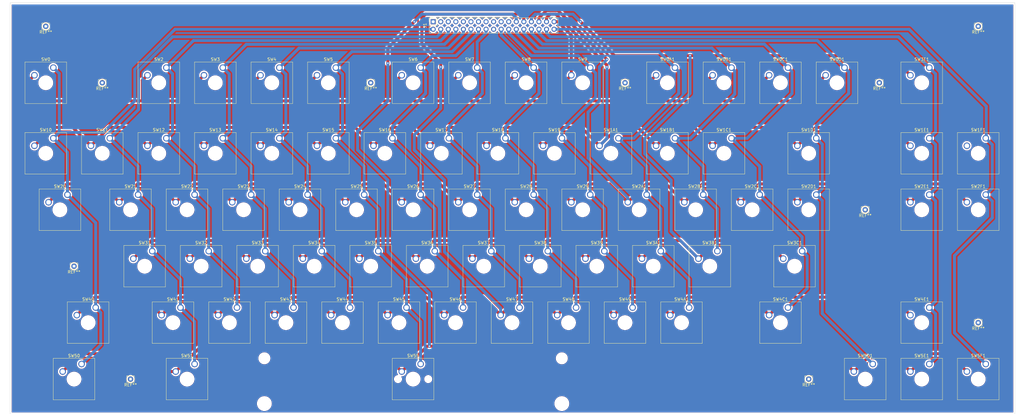
<source format=kicad_pcb>
(kicad_pcb (version 20171130) (host pcbnew "(5.1.12)-1")
  (layers (0 F.Cu signal) (31 B.Cu signal) (34 B.Paste user) (35 F.Paste user) (36 B.SilkS user) (37 F.SilkS user) (38 B.Mask user) (39 F.Mask user) (44 Edge.Cuts user))
  (net 0 "")
  (net 1 "Net-(J1-Pad34)")
  (net 2 "Net-(J1-Pad33)")
  (net 3 "Net-(J1-Pad32)")
  (net 4 "Net-(J1-Pad31)")
  (net 5 "Net-(J1-Pad30)")
  (net 6 "Net-(J1-Pad29)")
  (net 7 "Net-(J1-Pad28)")
  (net 8 "Net-(J1-Pad27)")
  (net 9 "Net-(J1-Pad26)")
  (net 10 "Net-(J1-Pad25)")
  (net 11 "Net-(J1-Pad24)")
  (net 12 "Net-(J1-Pad23)")
  (net 13 "Net-(J1-Pad22)")
  (net 14 "Net-(J1-Pad20)")
  (net 15 "Net-(J1-Pad16)")
  (net 16 "Net-(J1-Pad14)")
  (net 17 "Net-(J1-Pad12)")
  (net 18 "Net-(J1-Pad10)")
  (net 19 "Net-(J1-Pad8)")
  (net 20 "Net-(J1-Pad6)")
  (net 21 "Net-(J1-Pad4)")
  (net 22 "Net-(J1-Pad2)")
  (module Connector_Pin:Pin_D0.9mm_L10.0mm_W2.4mm_FlatFork (layer F.Cu) (at 137.75 33.25)
    (fp_text reference REF** (at 0 1.95) (layer F.SilkS))
    (fp_text value Pin_D0.9mm_L10.0mm_W2.4mm_FlatFork)
    (pad 1 thru_hole circle (at 0 0) (size 1.8 1.8) (drill 0.9) (layers *.Cu *.Mask))
  )
  (module Connector_Pin:Pin_D0.9mm_L10.0mm_W2.4mm_FlatFork (layer F.Cu) (at 223.25 33.25)
    (fp_text reference REF** (at 0 1.95) (layer F.SilkS))
    (fp_text value Pin_D0.9mm_L10.0mm_W2.4mm_FlatFork)
    (pad 1 thru_hole circle (at 0 0) (size 1.8 1.8) (drill 0.9) (layers *.Cu *.Mask))
  )
  (module Connector_Pin:Pin_D0.9mm_L10.0mm_W2.4mm_FlatFork (layer F.Cu) (at 342 14.25)
    (fp_text reference REF** (at 0 1.95) (layer F.SilkS))
    (fp_text value Pin_D0.9mm_L10.0mm_W2.4mm_FlatFork)
    (pad 1 thru_hole circle (at 0 0) (size 1.8 1.8) (drill 0.9) (layers *.Cu *.Mask))
  )
  (module Connector_Pin:Pin_D0.9mm_L10.0mm_W2.4mm_FlatFork (layer F.Cu) (at 28.5 14.25)
    (fp_text reference REF** (at 0 1.95) (layer F.SilkS))
    (fp_text value Pin_D0.9mm_L10.0mm_W2.4mm_FlatFork)
    (pad 1 thru_hole circle (at 0 0) (size 1.8 1.8) (drill 0.9) (layers *.Cu *.Mask))
  )
  (module Connector_Pin:Pin_D0.9mm_L10.0mm_W2.4mm_FlatFork (layer F.Cu) (at 38 95)
    (fp_text reference REF** (at 0 1.95) (layer F.SilkS))
    (fp_text value Pin_D0.9mm_L10.0mm_W2.4mm_FlatFork)
    (pad 1 thru_hole circle (at 0 0) (size 1.8 1.8) (drill 0.9) (layers *.Cu *.Mask))
  )
  (module Connector_Pin:Pin_D0.9mm_L10.0mm_W2.4mm_FlatFork (layer F.Cu) (at 57 133)
    (fp_text reference REF** (at 0 1.95) (layer F.SilkS))
    (fp_text value Pin_D0.9mm_L10.0mm_W2.4mm_FlatFork)
    (pad 1 thru_hole circle (at 0 0) (size 1.8 1.8) (drill 0.9) (layers *.Cu *.Mask))
  )
  (module Connector_Pin:Pin_D0.9mm_L10.0mm_W2.4mm_FlatFork (layer F.Cu) (at 285 133)
    (fp_text reference REF** (at 0 1.95) (layer F.SilkS))
    (fp_text value Pin_D0.9mm_L10.0mm_W2.4mm_FlatFork)
    (pad 1 thru_hole circle (at 0 0) (size 1.8 1.8) (drill 0.9) (layers *.Cu *.Mask))
  )
  (module Connector_Pin:Pin_D0.9mm_L10.0mm_W2.4mm_FlatFork (layer F.Cu) (at 342 114)
    (fp_text reference REF** (at 0 1.95) (layer F.SilkS))
    (fp_text value Pin_D0.9mm_L10.0mm_W2.4mm_FlatFork)
    (pad 1 thru_hole circle (at 0 0) (size 1.8 1.8) (drill 0.9) (layers *.Cu *.Mask))
  )
  (module Connector_Pin:Pin_D0.9mm_L10.0mm_W2.4mm_FlatFork (layer F.Cu) (at 304 76)
    (fp_text reference REF** (at 0 1.95) (layer F.SilkS))
    (fp_text value Pin_D0.9mm_L10.0mm_W2.4mm_FlatFork)
    (pad 1 thru_hole circle (at 0 0) (size 1.8 1.8) (drill 0.9) (layers *.Cu *.Mask))
  )
  (module Connector_Pin:Pin_D0.9mm_L10.0mm_W2.4mm_FlatFork (layer F.Cu) (at 308.75 33.25)
    (fp_text reference REF** (at 0 1.95) (layer F.SilkS))
    (fp_text value Pin_D0.9mm_L10.0mm_W2.4mm_FlatFork)
    (pad 1 thru_hole circle (at 0 0) (size 1.8 1.8) (drill 0.9) (layers *.Cu *.Mask))
  )
  (module Connector_Pin:Pin_D0.9mm_L10.0mm_W2.4mm_FlatFork (layer F.Cu) (at 47.5 33.25)
    (fp_text reference REF** (at 0 1.95) (layer F.SilkS))
    (fp_text value Pin_D0.9mm_L10.0mm_W2.4mm_FlatFork)
    (pad 1 thru_hole circle (at 0 0) (size 1.8 1.8) (drill 0.9) (layers *.Cu *.Mask))
  )
  (module Button_Switch_Keyboard:SW_Cherry_MX_1.00u_Plate (layer F.Cu) (at 211.54 70.92)
    (fp_text reference SW29 (at -2.54 -2.794) (layer F.SilkS))
    (fp_text value O)
    (pad "" np_thru_hole circle (at -2.54 5.08) (size 4 4) (drill 4) (layers *.Cu *.Mask))
    (pad 2 thru_hole circle (at -6.35 2.54) (size 2.2 2.2) (drill 1.5) (layers *.Cu *.Mask) (net 6 "Net-(J1-Pad29)"))
    (pad 1 thru_hole circle (at 0 0) (size 2.2 2.2) (drill 1.5) (layers *.Cu *.Mask) (net 13 "Net-(J1-Pad22)"))
  )
  (module Button_Switch_Keyboard:SW_Cherry_MX_1.00u_Plate (layer F.Cu) (at 325.54 51.92)
    (fp_text reference SW1E1 (at -2.54 -2.794) (layer F.SilkS))
    (fp_text value Home)
    (pad "" np_thru_hole circle (at -2.54 5.08) (size 4 4) (drill 4) (layers *.Cu *.Mask))
    (pad 2 thru_hole circle (at -6.35 2.54) (size 2.2 2.2) (drill 1.5) (layers *.Cu *.Mask) (net 4 "Net-(J1-Pad31)"))
    (pad 1 thru_hole circle (at 0 0) (size 2.2 2.2) (drill 1.5) (layers *.Cu *.Mask) (net 3 "Net-(J1-Pad32)"))
  )
  (module Button_Switch_Keyboard:SW_Cherry_MX_1.00u_Plate (layer F.Cu) (at 92.79 108.92)
    (fp_text reference SW42 (at -2.54 -2.794) (layer F.SilkS))
    (fp_text value X)
    (pad "" np_thru_hole circle (at -2.54 5.08) (size 4 4) (drill 4) (layers *.Cu *.Mask))
    (pad 2 thru_hole circle (at -6.35 2.54) (size 2.2 2.2) (drill 1.5) (layers *.Cu *.Mask) (net 10 "Net-(J1-Pad25)"))
    (pad 1 thru_hole circle (at 0 0) (size 2.2 2.2) (drill 1.5) (layers *.Cu *.Mask) (net 20 "Net-(J1-Pad6)"))
  )
  (module Button_Switch_Keyboard:SW_Cherry_MX_1.00u_Plate (layer F.Cu) (at 111.79 108.92)
    (fp_text reference SW43 (at -2.54 -2.794) (layer F.SilkS))
    (fp_text value C)
    (pad "" np_thru_hole circle (at -2.54 5.08) (size 4 4) (drill 4) (layers *.Cu *.Mask))
    (pad 2 thru_hole circle (at -6.35 2.54) (size 2.2 2.2) (drill 1.5) (layers *.Cu *.Mask) (net 10 "Net-(J1-Pad25)"))
    (pad 1 thru_hole circle (at 0 0) (size 2.2 2.2) (drill 1.5) (layers *.Cu *.Mask) (net 19 "Net-(J1-Pad8)"))
  )
  (module Button_Switch_Keyboard:SW_Cherry_MX_2.00u_Plate (layer F.Cu) (at 278.04 108.92)
    (fp_text reference SW4C1 (at -2.54 -2.794) (layer F.SilkS))
    (fp_text value RShift)
    (pad "" np_thru_hole circle (at -2.54 5.08) (size 4 4) (drill 4) (layers *.Cu *.Mask))
    (pad 2 thru_hole circle (at -6.35 2.54) (size 2.2 2.2) (drill 1.5) (layers *.Cu *.Mask) (net 10 "Net-(J1-Pad25)"))
    (pad 1 thru_hole circle (at 0 0) (size 2.2 2.2) (drill 1.5) (layers *.Cu *.Mask) (net 7 "Net-(J1-Pad28)"))
  )
  (module Button_Switch_Keyboard:SW_Cherry_MX_1.00u_Plate (layer F.Cu) (at 297.04 28.17)
    (fp_text reference SW0D1 (at -2.54 -2.794) (layer F.SilkS))
    (fp_text value F12)
    (pad "" np_thru_hole circle (at -2.54 5.08) (size 4 4) (drill 4) (layers *.Cu *.Mask))
    (pad 2 thru_hole circle (at -6.35 2.54) (size 2.2 2.2) (drill 1.5) (layers *.Cu *.Mask) (net 2 "Net-(J1-Pad33)"))
    (pad 1 thru_hole circle (at 0 0) (size 2.2 2.2) (drill 1.5) (layers *.Cu *.Mask) (net 5 "Net-(J1-Pad30)"))
  )
  (module Button_Switch_Keyboard:SW_Cherry_MX_1.00u_Plate (layer F.Cu) (at 278.04 28.17)
    (fp_text reference SW0C1 (at -2.54 -2.794) (layer F.SilkS))
    (fp_text value F11)
    (pad "" np_thru_hole circle (at -2.54 5.08) (size 4 4) (drill 4) (layers *.Cu *.Mask))
    (pad 2 thru_hole circle (at -6.35 2.54) (size 2.2 2.2) (drill 1.5) (layers *.Cu *.Mask) (net 2 "Net-(J1-Pad33)"))
    (pad 1 thru_hole circle (at 0 0) (size 2.2 2.2) (drill 1.5) (layers *.Cu *.Mask) (net 7 "Net-(J1-Pad28)"))
  )
  (module Button_Switch_Keyboard:SW_Cherry_MX_1.00u_Plate (layer F.Cu) (at 259.04 28.17)
    (fp_text reference SW0B1 (at -2.54 -2.794) (layer F.SilkS))
    (fp_text value F10)
    (pad "" np_thru_hole circle (at -2.54 5.08) (size 4 4) (drill 4) (layers *.Cu *.Mask))
    (pad 2 thru_hole circle (at -6.35 2.54) (size 2.2 2.2) (drill 1.5) (layers *.Cu *.Mask) (net 2 "Net-(J1-Pad33)"))
    (pad 1 thru_hole circle (at 0 0) (size 2.2 2.2) (drill 1.5) (layers *.Cu *.Mask) (net 9 "Net-(J1-Pad26)"))
  )
  (module Button_Switch_Keyboard:SW_Cherry_MX_1.00u_Plate (layer F.Cu) (at 240.04 28.17)
    (fp_text reference SW0A1 (at -2.54 -2.794) (layer F.SilkS))
    (fp_text value F9)
    (pad "" np_thru_hole circle (at -2.54 5.08) (size 4 4) (drill 4) (layers *.Cu *.Mask))
    (pad 2 thru_hole circle (at -6.35 2.54) (size 2.2 2.2) (drill 1.5) (layers *.Cu *.Mask) (net 2 "Net-(J1-Pad33)"))
    (pad 1 thru_hole circle (at 0 0) (size 2.2 2.2) (drill 1.5) (layers *.Cu *.Mask) (net 11 "Net-(J1-Pad24)"))
  )
  (module Button_Switch_Keyboard:SW_Cherry_MX_1.00u_Plate (layer F.Cu) (at 211.54 28.17)
    (fp_text reference SW9 (at -2.54 -2.794) (layer F.SilkS))
    (fp_text value F8)
    (pad "" np_thru_hole circle (at -2.54 5.08) (size 4 4) (drill 4) (layers *.Cu *.Mask))
    (pad 2 thru_hole circle (at -6.35 2.54) (size 2.2 2.2) (drill 1.5) (layers *.Cu *.Mask) (net 2 "Net-(J1-Pad33)"))
    (pad 1 thru_hole circle (at 0 0) (size 2.2 2.2) (drill 1.5) (layers *.Cu *.Mask) (net 13 "Net-(J1-Pad22)"))
  )
  (module Button_Switch_Keyboard:SW_Cherry_MX_1.00u_Plate (layer F.Cu) (at 192.54 28.17)
    (fp_text reference SW8 (at -2.54 -2.794) (layer F.SilkS))
    (fp_text value F7)
    (pad "" np_thru_hole circle (at -2.54 5.08) (size 4 4) (drill 4) (layers *.Cu *.Mask))
    (pad 2 thru_hole circle (at -6.35 2.54) (size 2.2 2.2) (drill 1.5) (layers *.Cu *.Mask) (net 2 "Net-(J1-Pad33)"))
    (pad 1 thru_hole circle (at 0 0) (size 2.2 2.2) (drill 1.5) (layers *.Cu *.Mask) (net 14 "Net-(J1-Pad20)"))
  )
  (module Button_Switch_Keyboard:SW_Cherry_MX_1.00u_Plate (layer F.Cu) (at 173.54 28.17)
    (fp_text reference SW7 (at -2.54 -2.794) (layer F.SilkS))
    (fp_text value F6)
    (pad "" np_thru_hole circle (at -2.54 5.08) (size 4 4) (drill 4) (layers *.Cu *.Mask))
    (pad 2 thru_hole circle (at -6.35 2.54) (size 2.2 2.2) (drill 1.5) (layers *.Cu *.Mask) (net 2 "Net-(J1-Pad33)"))
    (pad 1 thru_hole circle (at 0 0) (size 2.2 2.2) (drill 1.5) (layers *.Cu *.Mask) (net 15 "Net-(J1-Pad16)"))
  )
  (module Button_Switch_Keyboard:SW_Cherry_MX_1.00u_Plate (layer F.Cu) (at 154.54 28.17)
    (fp_text reference SW6 (at -2.54 -2.794) (layer F.SilkS))
    (fp_text value F5)
    (pad "" np_thru_hole circle (at -2.54 5.08) (size 4 4) (drill 4) (layers *.Cu *.Mask))
    (pad 2 thru_hole circle (at -6.35 2.54) (size 2.2 2.2) (drill 1.5) (layers *.Cu *.Mask) (net 2 "Net-(J1-Pad33)"))
    (pad 1 thru_hole circle (at 0 0) (size 2.2 2.2) (drill 1.5) (layers *.Cu *.Mask) (net 16 "Net-(J1-Pad14)"))
  )
  (module Button_Switch_Keyboard:SW_Cherry_MX_1.00u_Plate (layer F.Cu) (at 126.04 28.17)
    (fp_text reference SW5 (at -2.54 -2.794) (layer F.SilkS))
    (fp_text value F4)
    (pad "" np_thru_hole circle (at -2.54 5.08) (size 4 4) (drill 4) (layers *.Cu *.Mask))
    (pad 2 thru_hole circle (at -6.35 2.54) (size 2.2 2.2) (drill 1.5) (layers *.Cu *.Mask) (net 2 "Net-(J1-Pad33)"))
    (pad 1 thru_hole circle (at 0 0) (size 2.2 2.2) (drill 1.5) (layers *.Cu *.Mask) (net 17 "Net-(J1-Pad12)"))
  )
  (module Button_Switch_Keyboard:SW_Cherry_MX_1.00u_Plate (layer F.Cu) (at 107.04 28.17)
    (fp_text reference SW4 (at -2.54 -2.794) (layer F.SilkS))
    (fp_text value F3)
    (pad "" np_thru_hole circle (at -2.54 5.08) (size 4 4) (drill 4) (layers *.Cu *.Mask))
    (pad 2 thru_hole circle (at -6.35 2.54) (size 2.2 2.2) (drill 1.5) (layers *.Cu *.Mask) (net 2 "Net-(J1-Pad33)"))
    (pad 1 thru_hole circle (at 0 0) (size 2.2 2.2) (drill 1.5) (layers *.Cu *.Mask) (net 18 "Net-(J1-Pad10)"))
  )
  (module Button_Switch_Keyboard:SW_Cherry_MX_1.00u_Plate (layer F.Cu) (at 88.04 28.17)
    (fp_text reference SW3 (at -2.54 -2.794) (layer F.SilkS))
    (fp_text value F2)
    (pad "" np_thru_hole circle (at -2.54 5.08) (size 4 4) (drill 4) (layers *.Cu *.Mask))
    (pad 2 thru_hole circle (at -6.35 2.54) (size 2.2 2.2) (drill 1.5) (layers *.Cu *.Mask) (net 2 "Net-(J1-Pad33)"))
    (pad 1 thru_hole circle (at 0 0) (size 2.2 2.2) (drill 1.5) (layers *.Cu *.Mask) (net 19 "Net-(J1-Pad8)"))
  )
  (module Button_Switch_Keyboard:SW_Cherry_MX_1.00u_Plate (layer F.Cu) (at 69.04 28.17)
    (fp_text reference SW2 (at -2.54 -2.794) (layer F.SilkS))
    (fp_text value F1)
    (pad "" np_thru_hole circle (at -2.54 5.08) (size 4 4) (drill 4) (layers *.Cu *.Mask))
    (pad 2 thru_hole circle (at -6.35 2.54) (size 2.2 2.2) (drill 1.5) (layers *.Cu *.Mask) (net 2 "Net-(J1-Pad33)"))
    (pad 1 thru_hole circle (at 0 0) (size 2.2 2.2) (drill 1.5) (layers *.Cu *.Mask) (net 20 "Net-(J1-Pad6)"))
  )
  (module Connector_PinSocket_2.54mm:PinSocket_2x17_P2.54mm_Vertical (layer F.Cu) (at 158.75 12.7 90)
    (fp_text reference J1 (at -1.27 -2.77 90) (layer F.SilkS))
    (fp_text value Conn_02x17_Odd_Even)
    (pad 34 thru_hole oval (at -2.54 40.64 90) (size 1.7 1.7) (drill 1) (layers *.Cu *.Mask) (net 1 "Net-(J1-Pad34)"))
    (pad 33 thru_hole oval (at 0 40.64 90) (size 1.7 1.7) (drill 1) (layers *.Cu *.Mask) (net 2 "Net-(J1-Pad33)"))
    (pad 32 thru_hole oval (at -2.54 38.1 90) (size 1.7 1.7) (drill 1) (layers *.Cu *.Mask) (net 3 "Net-(J1-Pad32)"))
    (pad 31 thru_hole oval (at 0 38.1 90) (size 1.7 1.7) (drill 1) (layers *.Cu *.Mask) (net 4 "Net-(J1-Pad31)"))
    (pad 30 thru_hole oval (at -2.54 35.56 90) (size 1.7 1.7) (drill 1) (layers *.Cu *.Mask) (net 5 "Net-(J1-Pad30)"))
    (pad 29 thru_hole oval (at 0 35.56 90) (size 1.7 1.7) (drill 1) (layers *.Cu *.Mask) (net 6 "Net-(J1-Pad29)"))
    (pad 28 thru_hole oval (at -2.54 33.02 90) (size 1.7 1.7) (drill 1) (layers *.Cu *.Mask) (net 7 "Net-(J1-Pad28)"))
    (pad 27 thru_hole oval (at 0 33.02 90) (size 1.7 1.7) (drill 1) (layers *.Cu *.Mask) (net 8 "Net-(J1-Pad27)"))
    (pad 26 thru_hole oval (at -2.54 30.48 90) (size 1.7 1.7) (drill 1) (layers *.Cu *.Mask) (net 9 "Net-(J1-Pad26)"))
    (pad 25 thru_hole oval (at 0 30.48 90) (size 1.7 1.7) (drill 1) (layers *.Cu *.Mask) (net 10 "Net-(J1-Pad25)"))
    (pad 24 thru_hole oval (at -2.54 27.94 90) (size 1.7 1.7) (drill 1) (layers *.Cu *.Mask) (net 11 "Net-(J1-Pad24)"))
    (pad 23 thru_hole oval (at 0 27.94 90) (size 1.7 1.7) (drill 1) (layers *.Cu *.Mask) (net 12 "Net-(J1-Pad23)"))
    (pad 22 thru_hole oval (at -2.54 25.4 90) (size 1.7 1.7) (drill 1) (layers *.Cu *.Mask) (net 13 "Net-(J1-Pad22)"))
    (pad 21 thru_hole oval (at 0 25.4 90) (size 1.7 1.7) (drill 1) (layers *.Cu *.Mask))
    (pad 20 thru_hole oval (at -2.54 22.86 90) (size 1.7 1.7) (drill 1) (layers *.Cu *.Mask) (net 14 "Net-(J1-Pad20)"))
    (pad 19 thru_hole oval (at 0 22.86 90) (size 1.7 1.7) (drill 1) (layers *.Cu *.Mask))
    (pad 18 thru_hole oval (at -2.54 20.32 90) (size 1.7 1.7) (drill 1) (layers *.Cu *.Mask))
    (pad 17 thru_hole oval (at 0 20.32 90) (size 1.7 1.7) (drill 1) (layers *.Cu *.Mask))
    (pad 16 thru_hole oval (at -2.54 17.78 90) (size 1.7 1.7) (drill 1) (layers *.Cu *.Mask) (net 15 "Net-(J1-Pad16)"))
    (pad 15 thru_hole oval (at 0 17.78 90) (size 1.7 1.7) (drill 1) (layers *.Cu *.Mask))
    (pad 14 thru_hole oval (at -2.54 15.24 90) (size 1.7 1.7) (drill 1) (layers *.Cu *.Mask) (net 16 "Net-(J1-Pad14)"))
    (pad 13 thru_hole oval (at 0 15.24 90) (size 1.7 1.7) (drill 1) (layers *.Cu *.Mask))
    (pad 12 thru_hole oval (at -2.54 12.7 90) (size 1.7 1.7) (drill 1) (layers *.Cu *.Mask) (net 17 "Net-(J1-Pad12)"))
    (pad 11 thru_hole oval (at 0 12.7 90) (size 1.7 1.7) (drill 1) (layers *.Cu *.Mask))
    (pad 10 thru_hole oval (at -2.54 10.16 90) (size 1.7 1.7) (drill 1) (layers *.Cu *.Mask) (net 18 "Net-(J1-Pad10)"))
    (pad 9 thru_hole oval (at 0 10.16 90) (size 1.7 1.7) (drill 1) (layers *.Cu *.Mask))
    (pad 8 thru_hole oval (at -2.54 7.62 90) (size 1.7 1.7) (drill 1) (layers *.Cu *.Mask) (net 19 "Net-(J1-Pad8)"))
    (pad 7 thru_hole oval (at 0 7.62 90) (size 1.7 1.7) (drill 1) (layers *.Cu *.Mask))
    (pad 6 thru_hole oval (at -2.54 5.08 90) (size 1.7 1.7) (drill 1) (layers *.Cu *.Mask) (net 20 "Net-(J1-Pad6)"))
    (pad 5 thru_hole oval (at 0 5.08 90) (size 1.7 1.7) (drill 1) (layers *.Cu *.Mask))
    (pad 4 thru_hole oval (at -2.54 2.54 90) (size 1.7 1.7) (drill 1) (layers *.Cu *.Mask) (net 21 "Net-(J1-Pad4)"))
    (pad 3 thru_hole oval (at 0 2.54 90) (size 1.7 1.7) (drill 1) (layers *.Cu *.Mask))
    (pad 2 thru_hole oval (at -2.54 0 90) (size 1.7 1.7) (drill 1) (layers *.Cu *.Mask) (net 22 "Net-(J1-Pad2)"))
    (pad 1 thru_hole rect (at 0 0 90) (size 1.7 1.7) (drill 1) (layers *.Cu *.Mask))
  )
  (module Button_Switch_Keyboard:SW_Cherry_MX_1.00u_Plate (layer F.Cu) (at 344.54 70.92)
    (fp_text reference SW2F1 (at -2.54 -2.794) (layer F.SilkS))
    (fp_text value PageDown)
    (pad "" np_thru_hole circle (at -2.54 5.08) (size 4 4) (drill 4) (layers *.Cu *.Mask))
    (pad 2 thru_hole circle (at -6.35 2.54) (size 2.2 2.2) (drill 1.5) (layers *.Cu *.Mask) (net 6 "Net-(J1-Pad29)"))
    (pad 1 thru_hole circle (at 0 0) (size 2.2 2.2) (drill 1.5) (layers *.Cu *.Mask) (net 1 "Net-(J1-Pad34)"))
  )
  (module Button_Switch_Keyboard:SW_Cherry_MX_1.00u_Plate (layer F.Cu) (at 344.54 51.92)
    (fp_text reference SW1F1 (at -2.54 -2.794) (layer F.SilkS))
    (fp_text value PageUp)
    (pad "" np_thru_hole circle (at -2.54 5.08) (size 4 4) (drill 4) (layers *.Cu *.Mask))
    (pad 2 thru_hole circle (at -6.35 2.54) (size 2.2 2.2) (drill 1.5) (layers *.Cu *.Mask) (net 4 "Net-(J1-Pad31)"))
    (pad 1 thru_hole circle (at 0 0) (size 2.2 2.2) (drill 1.5) (layers *.Cu *.Mask) (net 1 "Net-(J1-Pad34)"))
  )
  (module Button_Switch_Keyboard:SW_Cherry_MX_1.00u_Plate (layer F.Cu) (at 325.54 70.92)
    (fp_text reference SW2E1 (at -2.54 -2.794) (layer F.SilkS))
    (fp_text value End)
    (pad "" np_thru_hole circle (at -2.54 5.08) (size 4 4) (drill 4) (layers *.Cu *.Mask))
    (pad 2 thru_hole circle (at -6.35 2.54) (size 2.2 2.2) (drill 1.5) (layers *.Cu *.Mask) (net 6 "Net-(J1-Pad29)"))
    (pad 1 thru_hole circle (at 0 0) (size 2.2 2.2) (drill 1.5) (layers *.Cu *.Mask) (net 3 "Net-(J1-Pad32)"))
  )
  (module Button_Switch_Keyboard:SW_Cherry_MX_1.00u_Plate (layer F.Cu) (at 344.54 127.92)
    (fp_text reference SW5F1 (at -2.54 -2.794) (layer F.SilkS))
    (fp_text value Right)
    (pad "" np_thru_hole circle (at -2.54 5.08) (size 4 4) (drill 4) (layers *.Cu *.Mask))
    (pad 2 thru_hole circle (at -6.35 2.54) (size 2.2 2.2) (drill 1.5) (layers *.Cu *.Mask) (net 12 "Net-(J1-Pad23)"))
    (pad 1 thru_hole circle (at 0 0) (size 2.2 2.2) (drill 1.5) (layers *.Cu *.Mask) (net 1 "Net-(J1-Pad34)"))
  )
  (module Button_Switch_Keyboard:SW_Cherry_MX_1.00u_Plate (layer F.Cu) (at 325.54 108.92)
    (fp_text reference SW4E1 (at -2.54 -2.794) (layer F.SilkS))
    (fp_text value Up)
    (pad "" np_thru_hole circle (at -2.54 5.08) (size 4 4) (drill 4) (layers *.Cu *.Mask))
    (pad 2 thru_hole circle (at -6.35 2.54) (size 2.2 2.2) (drill 1.5) (layers *.Cu *.Mask) (net 10 "Net-(J1-Pad25)"))
    (pad 1 thru_hole circle (at 0 0) (size 2.2 2.2) (drill 1.5) (layers *.Cu *.Mask) (net 3 "Net-(J1-Pad32)"))
  )
  (module Button_Switch_Keyboard:SW_Cherry_MX_1.00u_Plate (layer F.Cu) (at 325.54 28.17)
    (fp_text reference SW3E1 (at -2.54 -2.794) (layer F.SilkS))
    (fp_text value Del)
    (pad "" np_thru_hole circle (at -2.54 5.08) (size 4 4) (drill 4) (layers *.Cu *.Mask))
    (pad 2 thru_hole circle (at -6.35 2.54) (size 2.2 2.2) (drill 1.5) (layers *.Cu *.Mask) (net 8 "Net-(J1-Pad27)"))
    (pad 1 thru_hole circle (at 0 0) (size 2.2 2.2) (drill 1.5) (layers *.Cu *.Mask) (net 3 "Net-(J1-Pad32)"))
  )
  (module Button_Switch_Keyboard:SW_Cherry_MX_2.00u_Plate (layer F.Cu) (at 287.54 51.92)
    (fp_text reference SW1D1 (at -2.54 -2.794) (layer F.SilkS))
    (fp_text value BS)
    (pad "" np_thru_hole circle (at -2.54 5.08) (size 4 4) (drill 4) (layers *.Cu *.Mask))
    (pad 2 thru_hole circle (at -6.35 2.54) (size 2.2 2.2) (drill 1.5) (layers *.Cu *.Mask) (net 4 "Net-(J1-Pad31)"))
    (pad 1 thru_hole circle (at 0 0) (size 2.2 2.2) (drill 1.5) (layers *.Cu *.Mask) (net 5 "Net-(J1-Pad30)"))
  )
  (module Button_Switch_Keyboard:SW_Cherry_MX_1.00u_Plate (layer F.Cu) (at 325.54 127.92)
    (fp_text reference SW5E1 (at -2.54 -2.794) (layer F.SilkS))
    (fp_text value Down)
    (pad "" np_thru_hole circle (at -2.54 5.08) (size 4 4) (drill 4) (layers *.Cu *.Mask))
    (pad 2 thru_hole circle (at -6.35 2.54) (size 2.2 2.2) (drill 1.5) (layers *.Cu *.Mask) (net 12 "Net-(J1-Pad23)"))
    (pad 1 thru_hole circle (at 0 0) (size 2.2 2.2) (drill 1.5) (layers *.Cu *.Mask) (net 3 "Net-(J1-Pad32)"))
  )
  (module Button_Switch_Keyboard:SW_Cherry_MX_2.00u_Plate (layer F.Cu) (at 282.79 89.92)
    (fp_text reference SW3C1 (at -2.54 -2.794) (layer F.SilkS))
    (fp_text value Enter)
    (pad "" np_thru_hole circle (at -2.54 5.08) (size 4 4) (drill 4) (layers *.Cu *.Mask))
    (pad 2 thru_hole circle (at -6.35 2.54) (size 2.2 2.2) (drill 1.5) (layers *.Cu *.Mask) (net 8 "Net-(J1-Pad27)"))
    (pad 1 thru_hole circle (at 0 0) (size 2.2 2.2) (drill 1.5) (layers *.Cu *.Mask) (net 7 "Net-(J1-Pad28)"))
  )
  (module Button_Switch_Keyboard:SW_Cherry_MX_1.00u_Plate (layer F.Cu) (at 287.54 70.92)
    (fp_text reference SW2D1 (at -2.54 -2.794) (layer F.SilkS))
    (fp_text value \)
    (pad "" np_thru_hole circle (at -2.54 5.08) (size 4 4) (drill 4) (layers *.Cu *.Mask))
    (pad 2 thru_hole circle (at -6.35 2.54) (size 2.2 2.2) (drill 1.5) (layers *.Cu *.Mask) (net 6 "Net-(J1-Pad29)"))
    (pad 1 thru_hole circle (at 0 0) (size 2.2 2.2) (drill 1.5) (layers *.Cu *.Mask) (net 5 "Net-(J1-Pad30)"))
  )
  (module Button_Switch_Keyboard:SW_Cherry_MX_1.00u_Plate (layer F.Cu) (at 259.04 51.92)
    (fp_text reference SW1C1 (at -2.54 -2.794) (layer F.SilkS))
    (fp_text value =)
    (pad "" np_thru_hole circle (at -2.54 5.08) (size 4 4) (drill 4) (layers *.Cu *.Mask))
    (pad 2 thru_hole circle (at -6.35 2.54) (size 2.2 2.2) (drill 1.5) (layers *.Cu *.Mask) (net 4 "Net-(J1-Pad31)"))
    (pad 1 thru_hole circle (at 0 0) (size 2.2 2.2) (drill 1.5) (layers *.Cu *.Mask) (net 7 "Net-(J1-Pad28)"))
  )
  (module Button_Switch_Keyboard:SW_Cherry_MX_1.00u_Plate (layer F.Cu) (at 306.54 127.92)
    (fp_text reference SW5D1 (at -2.54 -2.794) (layer F.SilkS))
    (fp_text value Left)
    (pad "" np_thru_hole circle (at -2.54 5.08) (size 4 4) (drill 4) (layers *.Cu *.Mask))
    (pad 2 thru_hole circle (at -6.35 2.54) (size 2.2 2.2) (drill 1.5) (layers *.Cu *.Mask) (net 12 "Net-(J1-Pad23)"))
    (pad 1 thru_hole circle (at 0 0) (size 2.2 2.2) (drill 1.5) (layers *.Cu *.Mask) (net 5 "Net-(J1-Pad30)"))
  )
  (module Button_Switch_Keyboard:SW_Cherry_MX_1.00u_Plate (layer F.Cu) (at 254.29 89.92)
    (fp_text reference SW3B1 (at -2.54 -2.794) (layer F.SilkS))
    (fp_text value ')
    (pad "" np_thru_hole circle (at -2.54 5.08) (size 4 4) (drill 4) (layers *.Cu *.Mask))
    (pad 2 thru_hole circle (at -6.35 2.54) (size 2.2 2.2) (drill 1.5) (layers *.Cu *.Mask) (net 8 "Net-(J1-Pad27)"))
    (pad 1 thru_hole circle (at 0 0) (size 2.2 2.2) (drill 1.5) (layers *.Cu *.Mask) (net 9 "Net-(J1-Pad26)"))
  )
  (module Button_Switch_Keyboard:SW_Cherry_MX_1.00u_Plate (layer F.Cu) (at 268.54 70.92)
    (fp_text reference SW2C1 (at -2.54 -2.794) (layer F.SilkS))
    (fp_text value ])
    (pad "" np_thru_hole circle (at -2.54 5.08) (size 4 4) (drill 4) (layers *.Cu *.Mask))
    (pad 2 thru_hole circle (at -6.35 2.54) (size 2.2 2.2) (drill 1.5) (layers *.Cu *.Mask) (net 6 "Net-(J1-Pad29)"))
    (pad 1 thru_hole circle (at 0 0) (size 2.2 2.2) (drill 1.5) (layers *.Cu *.Mask) (net 7 "Net-(J1-Pad28)"))
  )
  (module Button_Switch_Keyboard:SW_Cherry_MX_1.00u_Plate (layer F.Cu) (at 240.04 51.92)
    (fp_text reference SW1B1 (at -2.54 -2.794) (layer F.SilkS))
    (fp_text value -)
    (pad "" np_thru_hole circle (at -2.54 5.08) (size 4 4) (drill 4) (layers *.Cu *.Mask))
    (pad 2 thru_hole circle (at -6.35 2.54) (size 2.2 2.2) (drill 1.5) (layers *.Cu *.Mask) (net 4 "Net-(J1-Pad31)"))
    (pad 1 thru_hole circle (at 0 0) (size 2.2 2.2) (drill 1.5) (layers *.Cu *.Mask) (net 9 "Net-(J1-Pad26)"))
  )
  (module Button_Switch_Keyboard:SW_Cherry_MX_1.00u_Plate (layer F.Cu) (at 244.79 108.92)
    (fp_text reference SW4A1 (at -2.54 -2.794) (layer F.SilkS))
    (fp_text value /)
    (pad "" np_thru_hole circle (at -2.54 5.08) (size 4 4) (drill 4) (layers *.Cu *.Mask))
    (pad 2 thru_hole circle (at -6.35 2.54) (size 2.2 2.2) (drill 1.5) (layers *.Cu *.Mask) (net 10 "Net-(J1-Pad25)"))
    (pad 1 thru_hole circle (at 0 0) (size 2.2 2.2) (drill 1.5) (layers *.Cu *.Mask) (net 11 "Net-(J1-Pad24)"))
  )
  (module Button_Switch_Keyboard:SW_Cherry_MX_1.00u_Plate (layer F.Cu) (at 235.29 89.92)
    (fp_text reference SW3A1 (at -2.54 -2.794) (layer F.SilkS))
    (fp_text value ;)
    (pad "" np_thru_hole circle (at -2.54 5.08) (size 4 4) (drill 4) (layers *.Cu *.Mask))
    (pad 2 thru_hole circle (at -6.35 2.54) (size 2.2 2.2) (drill 1.5) (layers *.Cu *.Mask) (net 8 "Net-(J1-Pad27)"))
    (pad 1 thru_hole circle (at 0 0) (size 2.2 2.2) (drill 1.5) (layers *.Cu *.Mask) (net 11 "Net-(J1-Pad24)"))
  )
  (module Button_Switch_Keyboard:SW_Cherry_MX_1.00u_Plate (layer F.Cu) (at 249.54 70.92)
    (fp_text reference SW2B1 (at -2.54 -2.794) (layer F.SilkS))
    (fp_text value [)
    (pad "" np_thru_hole circle (at -2.54 5.08) (size 4 4) (drill 4) (layers *.Cu *.Mask))
    (pad 2 thru_hole circle (at -6.35 2.54) (size 2.2 2.2) (drill 1.5) (layers *.Cu *.Mask) (net 6 "Net-(J1-Pad29)"))
    (pad 1 thru_hole circle (at 0 0) (size 2.2 2.2) (drill 1.5) (layers *.Cu *.Mask) (net 9 "Net-(J1-Pad26)"))
  )
  (module Button_Switch_Keyboard:SW_Cherry_MX_1.00u_Plate (layer F.Cu) (at 221.04 51.92)
    (fp_text reference SW1A1 (at -2.54 -2.794) (layer F.SilkS))
    (fp_text value 0)
    (pad "" np_thru_hole circle (at -2.54 5.08) (size 4 4) (drill 4) (layers *.Cu *.Mask))
    (pad 2 thru_hole circle (at -6.35 2.54) (size 2.2 2.2) (drill 1.5) (layers *.Cu *.Mask) (net 4 "Net-(J1-Pad31)"))
    (pad 1 thru_hole circle (at 0 0) (size 2.2 2.2) (drill 1.5) (layers *.Cu *.Mask) (net 11 "Net-(J1-Pad24)"))
  )
  (module Button_Switch_Keyboard:SW_Cherry_MX_1.00u_Plate (layer F.Cu) (at 225.79 108.92)
    (fp_text reference SW49 (at -2.54 -2.794) (layer F.SilkS))
    (fp_text value .)
    (pad "" np_thru_hole circle (at -2.54 5.08) (size 4 4) (drill 4) (layers *.Cu *.Mask))
    (pad 2 thru_hole circle (at -6.35 2.54) (size 2.2 2.2) (drill 1.5) (layers *.Cu *.Mask) (net 10 "Net-(J1-Pad25)"))
    (pad 1 thru_hole circle (at 0 0) (size 2.2 2.2) (drill 1.5) (layers *.Cu *.Mask) (net 13 "Net-(J1-Pad22)"))
  )
  (module Button_Switch_Keyboard:SW_Cherry_MX_1.00u_Plate (layer F.Cu) (at 216.29 89.92)
    (fp_text reference SW39 (at -2.54 -2.794) (layer F.SilkS))
    (fp_text value L)
    (pad "" np_thru_hole circle (at -2.54 5.08) (size 4 4) (drill 4) (layers *.Cu *.Mask))
    (pad 2 thru_hole circle (at -6.35 2.54) (size 2.2 2.2) (drill 1.5) (layers *.Cu *.Mask) (net 8 "Net-(J1-Pad27)"))
    (pad 1 thru_hole circle (at 0 0) (size 2.2 2.2) (drill 1.5) (layers *.Cu *.Mask) (net 13 "Net-(J1-Pad22)"))
  )
  (module Button_Switch_Keyboard:SW_Cherry_MX_1.00u_Plate (layer F.Cu) (at 230.54 70.92)
    (fp_text reference SW2A1 (at -2.54 -2.794) (layer F.SilkS))
    (fp_text value P)
    (pad "" np_thru_hole circle (at -2.54 5.08) (size 4 4) (drill 4) (layers *.Cu *.Mask))
    (pad 2 thru_hole circle (at -6.35 2.54) (size 2.2 2.2) (drill 1.5) (layers *.Cu *.Mask) (net 6 "Net-(J1-Pad29)"))
    (pad 1 thru_hole circle (at 0 0) (size 2.2 2.2) (drill 1.5) (layers *.Cu *.Mask) (net 11 "Net-(J1-Pad24)"))
  )
  (module Button_Switch_Keyboard:SW_Cherry_MX_1.00u_Plate (layer F.Cu) (at 202.04 51.92)
    (fp_text reference SW19 (at -2.54 -2.794) (layer F.SilkS))
    (fp_text value 9)
    (pad "" np_thru_hole circle (at -2.54 5.08) (size 4 4) (drill 4) (layers *.Cu *.Mask))
    (pad 2 thru_hole circle (at -6.35 2.54) (size 2.2 2.2) (drill 1.5) (layers *.Cu *.Mask) (net 4 "Net-(J1-Pad31)"))
    (pad 1 thru_hole circle (at 0 0) (size 2.2 2.2) (drill 1.5) (layers *.Cu *.Mask) (net 13 "Net-(J1-Pad22)"))
  )
  (module Button_Switch_Keyboard:SW_Cherry_MX_1.00u_Plate (layer F.Cu) (at 206.79 108.92)
    (fp_text reference SW48 (at -2.54 -2.794) (layer F.SilkS))
    (fp_text value ,)
    (pad "" np_thru_hole circle (at -2.54 5.08) (size 4 4) (drill 4) (layers *.Cu *.Mask))
    (pad 2 thru_hole circle (at -6.35 2.54) (size 2.2 2.2) (drill 1.5) (layers *.Cu *.Mask) (net 10 "Net-(J1-Pad25)"))
    (pad 1 thru_hole circle (at 0 0) (size 2.2 2.2) (drill 1.5) (layers *.Cu *.Mask) (net 14 "Net-(J1-Pad20)"))
  )
  (module Button_Switch_Keyboard:SW_Cherry_MX_1.00u_Plate (layer F.Cu) (at 197.29 89.92)
    (fp_text reference SW38 (at -2.54 -2.794) (layer F.SilkS))
    (fp_text value K)
    (pad "" np_thru_hole circle (at -2.54 5.08) (size 4 4) (drill 4) (layers *.Cu *.Mask))
    (pad 2 thru_hole circle (at -6.35 2.54) (size 2.2 2.2) (drill 1.5) (layers *.Cu *.Mask) (net 8 "Net-(J1-Pad27)"))
    (pad 1 thru_hole circle (at 0 0) (size 2.2 2.2) (drill 1.5) (layers *.Cu *.Mask) (net 14 "Net-(J1-Pad20)"))
  )
  (module Button_Switch_Keyboard:SW_Cherry_MX_1.00u_Plate (layer F.Cu) (at 183.04 51.92)
    (fp_text reference SW18 (at -2.54 -2.794) (layer F.SilkS))
    (fp_text value 8)
    (pad "" np_thru_hole circle (at -2.54 5.08) (size 4 4) (drill 4) (layers *.Cu *.Mask))
    (pad 2 thru_hole circle (at -6.35 2.54) (size 2.2 2.2) (drill 1.5) (layers *.Cu *.Mask) (net 4 "Net-(J1-Pad31)"))
    (pad 1 thru_hole circle (at 0 0) (size 2.2 2.2) (drill 1.5) (layers *.Cu *.Mask) (net 14 "Net-(J1-Pad20)"))
  )
  (module Button_Switch_Keyboard:SW_Cherry_MX_1.00u_Plate (layer F.Cu) (at 187.79 108.92)
    (fp_text reference SW47 (at -2.54 -2.794) (layer F.SilkS))
    (fp_text value M)
    (pad "" np_thru_hole circle (at -2.54 5.08) (size 4 4) (drill 4) (layers *.Cu *.Mask))
    (pad 2 thru_hole circle (at -6.35 2.54) (size 2.2 2.2) (drill 1.5) (layers *.Cu *.Mask) (net 10 "Net-(J1-Pad25)"))
    (pad 1 thru_hole circle (at 0 0) (size 2.2 2.2) (drill 1.5) (layers *.Cu *.Mask) (net 15 "Net-(J1-Pad16)"))
  )
  (module Button_Switch_Keyboard:SW_Cherry_MX_1.00u_Plate (layer F.Cu) (at 178.29 89.92)
    (fp_text reference SW37 (at -2.54 -2.794) (layer F.SilkS))
    (fp_text value J)
    (pad "" np_thru_hole circle (at -2.54 5.08) (size 4 4) (drill 4) (layers *.Cu *.Mask))
    (pad 2 thru_hole circle (at -6.35 2.54) (size 2.2 2.2) (drill 1.5) (layers *.Cu *.Mask) (net 8 "Net-(J1-Pad27)"))
    (pad 1 thru_hole circle (at 0 0) (size 2.2 2.2) (drill 1.5) (layers *.Cu *.Mask) (net 15 "Net-(J1-Pad16)"))
  )
  (module Button_Switch_Keyboard:SW_Cherry_MX_1.00u_Plate (layer F.Cu) (at 192.54 70.92)
    (fp_text reference SW28 (at -2.54 -2.794) (layer F.SilkS))
    (fp_text value I)
    (pad "" np_thru_hole circle (at -2.54 5.08) (size 4 4) (drill 4) (layers *.Cu *.Mask))
    (pad 2 thru_hole circle (at -6.35 2.54) (size 2.2 2.2) (drill 1.5) (layers *.Cu *.Mask) (net 6 "Net-(J1-Pad29)"))
    (pad 1 thru_hole circle (at 0 0) (size 2.2 2.2) (drill 1.5) (layers *.Cu *.Mask) (net 14 "Net-(J1-Pad20)"))
  )
  (module Button_Switch_Keyboard:SW_Cherry_MX_1.00u_Plate (layer F.Cu) (at 164.04 51.92)
    (fp_text reference SW17 (at -2.54 -2.794) (layer F.SilkS))
    (fp_text value 7)
    (pad "" np_thru_hole circle (at -2.54 5.08) (size 4 4) (drill 4) (layers *.Cu *.Mask))
    (pad 2 thru_hole circle (at -6.35 2.54) (size 2.2 2.2) (drill 1.5) (layers *.Cu *.Mask) (net 4 "Net-(J1-Pad31)"))
    (pad 1 thru_hole circle (at 0 0) (size 2.2 2.2) (drill 1.5) (layers *.Cu *.Mask) (net 15 "Net-(J1-Pad16)"))
  )
  (module Button_Switch_Keyboard:SW_Cherry_MX_1.00u_Plate (layer F.Cu) (at 168.79 108.92)
    (fp_text reference SW46 (at -2.54 -2.794) (layer F.SilkS))
    (fp_text value N)
    (pad "" np_thru_hole circle (at -2.54 5.08) (size 4 4) (drill 4) (layers *.Cu *.Mask))
    (pad 2 thru_hole circle (at -6.35 2.54) (size 2.2 2.2) (drill 1.5) (layers *.Cu *.Mask) (net 10 "Net-(J1-Pad25)"))
    (pad 1 thru_hole circle (at 0 0) (size 2.2 2.2) (drill 1.5) (layers *.Cu *.Mask) (net 16 "Net-(J1-Pad14)"))
  )
  (module Button_Switch_Keyboard:SW_Cherry_MX_1.00u_Plate (layer F.Cu) (at 159.29 89.92)
    (fp_text reference SW36 (at -2.54 -2.794) (layer F.SilkS))
    (fp_text value H)
    (pad "" np_thru_hole circle (at -2.54 5.08) (size 4 4) (drill 4) (layers *.Cu *.Mask))
    (pad 2 thru_hole circle (at -6.35 2.54) (size 2.2 2.2) (drill 1.5) (layers *.Cu *.Mask) (net 8 "Net-(J1-Pad27)"))
    (pad 1 thru_hole circle (at 0 0) (size 2.2 2.2) (drill 1.5) (layers *.Cu *.Mask) (net 16 "Net-(J1-Pad14)"))
  )
  (module Button_Switch_Keyboard:SW_Cherry_MX_1.00u_Plate (layer F.Cu) (at 173.54 70.92)
    (fp_text reference SW27 (at -2.54 -2.794) (layer F.SilkS))
    (fp_text value U)
    (pad "" np_thru_hole circle (at -2.54 5.08) (size 4 4) (drill 4) (layers *.Cu *.Mask))
    (pad 2 thru_hole circle (at -6.35 2.54) (size 2.2 2.2) (drill 1.5) (layers *.Cu *.Mask) (net 6 "Net-(J1-Pad29)"))
    (pad 1 thru_hole circle (at 0 0) (size 2.2 2.2) (drill 1.5) (layers *.Cu *.Mask) (net 15 "Net-(J1-Pad16)"))
  )
  (module Button_Switch_Keyboard:SW_Cherry_MX_1.00u_Plate (layer F.Cu) (at 145.04 51.92)
    (fp_text reference SW16 (at -2.54 -2.794) (layer F.SilkS))
    (fp_text value 6)
    (pad "" np_thru_hole circle (at -2.54 5.08) (size 4 4) (drill 4) (layers *.Cu *.Mask))
    (pad 2 thru_hole circle (at -6.35 2.54) (size 2.2 2.2) (drill 1.5) (layers *.Cu *.Mask) (net 4 "Net-(J1-Pad31)"))
    (pad 1 thru_hole circle (at 0 0) (size 2.2 2.2) (drill 1.5) (layers *.Cu *.Mask) (net 16 "Net-(J1-Pad14)"))
  )
  (module Button_Switch_Keyboard:SW_Cherry_MX_1.00u_Plate (layer F.Cu) (at 149.79 108.92)
    (fp_text reference SW45 (at -2.54 -2.794) (layer F.SilkS))
    (fp_text value B)
    (pad "" np_thru_hole circle (at -2.54 5.08) (size 4 4) (drill 4) (layers *.Cu *.Mask))
    (pad 2 thru_hole circle (at -6.35 2.54) (size 2.2 2.2) (drill 1.5) (layers *.Cu *.Mask) (net 10 "Net-(J1-Pad25)"))
    (pad 1 thru_hole circle (at 0 0) (size 2.2 2.2) (drill 1.5) (layers *.Cu *.Mask) (net 17 "Net-(J1-Pad12)"))
  )
  (module Button_Switch_Keyboard:SW_Cherry_MX_1.00u_Plate (layer F.Cu) (at 140.29 89.92)
    (fp_text reference SW35 (at -2.54 -2.794) (layer F.SilkS))
    (fp_text value G)
    (pad "" np_thru_hole circle (at -2.54 5.08) (size 4 4) (drill 4) (layers *.Cu *.Mask))
    (pad 2 thru_hole circle (at -6.35 2.54) (size 2.2 2.2) (drill 1.5) (layers *.Cu *.Mask) (net 8 "Net-(J1-Pad27)"))
    (pad 1 thru_hole circle (at 0 0) (size 2.2 2.2) (drill 1.5) (layers *.Cu *.Mask) (net 17 "Net-(J1-Pad12)"))
  )
  (module Button_Switch_Keyboard:SW_Cherry_MX_1.00u_Plate (layer F.Cu) (at 154.54 70.92)
    (fp_text reference SW26 (at -2.54 -2.794) (layer F.SilkS))
    (fp_text value Y)
    (pad "" np_thru_hole circle (at -2.54 5.08) (size 4 4) (drill 4) (layers *.Cu *.Mask))
    (pad 2 thru_hole circle (at -6.35 2.54) (size 2.2 2.2) (drill 1.5) (layers *.Cu *.Mask) (net 6 "Net-(J1-Pad29)"))
    (pad 1 thru_hole circle (at 0 0) (size 2.2 2.2) (drill 1.5) (layers *.Cu *.Mask) (net 16 "Net-(J1-Pad14)"))
  )
  (module Button_Switch_Keyboard:SW_Cherry_MX_1.00u_Plate (layer F.Cu) (at 126.04 51.92)
    (fp_text reference SW15 (at -2.54 -2.794) (layer F.SilkS))
    (fp_text value 5)
    (pad "" np_thru_hole circle (at -2.54 5.08) (size 4 4) (drill 4) (layers *.Cu *.Mask))
    (pad 2 thru_hole circle (at -6.35 2.54) (size 2.2 2.2) (drill 1.5) (layers *.Cu *.Mask) (net 4 "Net-(J1-Pad31)"))
    (pad 1 thru_hole circle (at 0 0) (size 2.2 2.2) (drill 1.5) (layers *.Cu *.Mask) (net 17 "Net-(J1-Pad12)"))
  )
  (module Button_Switch_Keyboard:SW_Cherry_MX_1.00u_Plate (layer F.Cu) (at 130.79 108.92)
    (fp_text reference SW44 (at -2.54 -2.794) (layer F.SilkS))
    (fp_text value V)
    (pad "" np_thru_hole circle (at -2.54 5.08) (size 4 4) (drill 4) (layers *.Cu *.Mask))
    (pad 2 thru_hole circle (at -6.35 2.54) (size 2.2 2.2) (drill 1.5) (layers *.Cu *.Mask) (net 10 "Net-(J1-Pad25)"))
    (pad 1 thru_hole circle (at 0 0) (size 2.2 2.2) (drill 1.5) (layers *.Cu *.Mask) (net 18 "Net-(J1-Pad10)"))
  )
  (module Button_Switch_Keyboard:SW_Cherry_MX_1.00u_Plate (layer F.Cu) (at 121.29 89.92)
    (fp_text reference SW34 (at -2.54 -2.794) (layer F.SilkS))
    (fp_text value F)
    (pad "" np_thru_hole circle (at -2.54 5.08) (size 4 4) (drill 4) (layers *.Cu *.Mask))
    (pad 2 thru_hole circle (at -6.35 2.54) (size 2.2 2.2) (drill 1.5) (layers *.Cu *.Mask) (net 8 "Net-(J1-Pad27)"))
    (pad 1 thru_hole circle (at 0 0) (size 2.2 2.2) (drill 1.5) (layers *.Cu *.Mask) (net 18 "Net-(J1-Pad10)"))
  )
  (module Button_Switch_Keyboard:SW_Cherry_MX_1.00u_Plate (layer F.Cu) (at 135.54 70.92)
    (fp_text reference SW25 (at -2.54 -2.794) (layer F.SilkS))
    (fp_text value T)
    (pad "" np_thru_hole circle (at -2.54 5.08) (size 4 4) (drill 4) (layers *.Cu *.Mask))
    (pad 2 thru_hole circle (at -6.35 2.54) (size 2.2 2.2) (drill 1.5) (layers *.Cu *.Mask) (net 6 "Net-(J1-Pad29)"))
    (pad 1 thru_hole circle (at 0 0) (size 2.2 2.2) (drill 1.5) (layers *.Cu *.Mask) (net 17 "Net-(J1-Pad12)"))
  )
  (module Button_Switch_Keyboard:SW_Cherry_MX_1.00u_Plate (layer F.Cu) (at 107.04 51.92)
    (fp_text reference SW14 (at -2.54 -2.794) (layer F.SilkS))
    (fp_text value 4)
    (pad "" np_thru_hole circle (at -2.54 5.08) (size 4 4) (drill 4) (layers *.Cu *.Mask))
    (pad 2 thru_hole circle (at -6.35 2.54) (size 2.2 2.2) (drill 1.5) (layers *.Cu *.Mask) (net 4 "Net-(J1-Pad31)"))
    (pad 1 thru_hole circle (at 0 0) (size 2.2 2.2) (drill 1.5) (layers *.Cu *.Mask) (net 18 "Net-(J1-Pad10)"))
  )
  (module Button_Switch_Keyboard:SW_Cherry_MX_1.00u_Plate (layer F.Cu) (at 102.29 89.92)
    (fp_text reference SW33 (at -2.54 -2.794) (layer F.SilkS))
    (fp_text value D)
    (pad "" np_thru_hole circle (at -2.54 5.08) (size 4 4) (drill 4) (layers *.Cu *.Mask))
    (pad 2 thru_hole circle (at -6.35 2.54) (size 2.2 2.2) (drill 1.5) (layers *.Cu *.Mask) (net 8 "Net-(J1-Pad27)"))
    (pad 1 thru_hole circle (at 0 0) (size 2.2 2.2) (drill 1.5) (layers *.Cu *.Mask) (net 19 "Net-(J1-Pad8)"))
  )
  (module Button_Switch_Keyboard:SW_Cherry_MX_1.00u_Plate (layer F.Cu) (at 116.54 70.92)
    (fp_text reference SW24 (at -2.54 -2.794) (layer F.SilkS))
    (fp_text value R)
    (pad "" np_thru_hole circle (at -2.54 5.08) (size 4 4) (drill 4) (layers *.Cu *.Mask))
    (pad 2 thru_hole circle (at -6.35 2.54) (size 2.2 2.2) (drill 1.5) (layers *.Cu *.Mask) (net 6 "Net-(J1-Pad29)"))
    (pad 1 thru_hole circle (at 0 0) (size 2.2 2.2) (drill 1.5) (layers *.Cu *.Mask) (net 18 "Net-(J1-Pad10)"))
  )
  (module Button_Switch_Keyboard:SW_Cherry_MX_1.00u_Plate (layer F.Cu) (at 88.04 51.92)
    (fp_text reference SW13 (at -2.54 -2.794) (layer F.SilkS))
    (fp_text value 3)
    (pad "" np_thru_hole circle (at -2.54 5.08) (size 4 4) (drill 4) (layers *.Cu *.Mask))
    (pad 2 thru_hole circle (at -6.35 2.54) (size 2.2 2.2) (drill 1.5) (layers *.Cu *.Mask) (net 4 "Net-(J1-Pad31)"))
    (pad 1 thru_hole circle (at 0 0) (size 2.2 2.2) (drill 1.5) (layers *.Cu *.Mask) (net 19 "Net-(J1-Pad8)"))
  )
  (module Button_Switch_Keyboard:SW_Cherry_MX_1.00u_Plate (layer F.Cu) (at 83.29 89.92)
    (fp_text reference SW32 (at -2.54 -2.794) (layer F.SilkS))
    (fp_text value S)
    (pad "" np_thru_hole circle (at -2.54 5.08) (size 4 4) (drill 4) (layers *.Cu *.Mask))
    (pad 2 thru_hole circle (at -6.35 2.54) (size 2.2 2.2) (drill 1.5) (layers *.Cu *.Mask) (net 8 "Net-(J1-Pad27)"))
    (pad 1 thru_hole circle (at 0 0) (size 2.2 2.2) (drill 1.5) (layers *.Cu *.Mask) (net 20 "Net-(J1-Pad6)"))
  )
  (module Button_Switch_Keyboard:SW_Cherry_MX_1.00u_Plate (layer F.Cu) (at 97.54 70.92)
    (fp_text reference SW23 (at -2.54 -2.794) (layer F.SilkS))
    (fp_text value E)
    (pad "" np_thru_hole circle (at -2.54 5.08) (size 4 4) (drill 4) (layers *.Cu *.Mask))
    (pad 2 thru_hole circle (at -6.35 2.54) (size 2.2 2.2) (drill 1.5) (layers *.Cu *.Mask) (net 6 "Net-(J1-Pad29)"))
    (pad 1 thru_hole circle (at 0 0) (size 2.2 2.2) (drill 1.5) (layers *.Cu *.Mask) (net 19 "Net-(J1-Pad8)"))
  )
  (module Button_Switch_Keyboard:SW_Cherry_MX_1.00u_Plate (layer F.Cu) (at 69.04 51.92)
    (fp_text reference SW12 (at -2.54 -2.794) (layer F.SilkS))
    (fp_text value 2)
    (pad "" np_thru_hole circle (at -2.54 5.08) (size 4 4) (drill 4) (layers *.Cu *.Mask))
    (pad 2 thru_hole circle (at -6.35 2.54) (size 2.2 2.2) (drill 1.5) (layers *.Cu *.Mask) (net 4 "Net-(J1-Pad31)"))
    (pad 1 thru_hole circle (at 0 0) (size 2.2 2.2) (drill 1.5) (layers *.Cu *.Mask) (net 20 "Net-(J1-Pad6)"))
  )
  (module Button_Switch_Keyboard:SW_Cherry_MX_1.00u_Plate (layer F.Cu) (at 73.79 108.92)
    (fp_text reference SW41 (at -2.54 -2.794) (layer F.SilkS))
    (fp_text value Z)
    (pad "" np_thru_hole circle (at -2.54 5.08) (size 4 4) (drill 4) (layers *.Cu *.Mask))
    (pad 2 thru_hole circle (at -6.35 2.54) (size 2.2 2.2) (drill 1.5) (layers *.Cu *.Mask) (net 10 "Net-(J1-Pad25)"))
    (pad 1 thru_hole circle (at 0 0) (size 2.2 2.2) (drill 1.5) (layers *.Cu *.Mask) (net 21 "Net-(J1-Pad4)"))
  )
  (module Button_Switch_Keyboard:SW_Cherry_MX_1.00u_Plate (layer F.Cu) (at 64.29 89.92)
    (fp_text reference SW31 (at -2.54 -2.794) (layer F.SilkS))
    (fp_text value A)
    (pad "" np_thru_hole circle (at -2.54 5.08) (size 4 4) (drill 4) (layers *.Cu *.Mask))
    (pad 2 thru_hole circle (at -6.35 2.54) (size 2.2 2.2) (drill 1.5) (layers *.Cu *.Mask) (net 8 "Net-(J1-Pad27)"))
    (pad 1 thru_hole circle (at 0 0) (size 2.2 2.2) (drill 1.5) (layers *.Cu *.Mask) (net 21 "Net-(J1-Pad4)"))
  )
  (module Button_Switch_Keyboard:SW_Cherry_MX_1.00u_Plate (layer F.Cu) (at 78.54 70.92)
    (fp_text reference SW22 (at -2.54 -2.794) (layer F.SilkS))
    (fp_text value W)
    (pad "" np_thru_hole circle (at -2.54 5.08) (size 4 4) (drill 4) (layers *.Cu *.Mask))
    (pad 2 thru_hole circle (at -6.35 2.54) (size 2.2 2.2) (drill 1.5) (layers *.Cu *.Mask) (net 6 "Net-(J1-Pad29)"))
    (pad 1 thru_hole circle (at 0 0) (size 2.2 2.2) (drill 1.5) (layers *.Cu *.Mask) (net 20 "Net-(J1-Pad6)"))
  )
  (module Button_Switch_Keyboard:SW_Cherry_MX_1.00u_Plate (layer F.Cu) (at 50.04 51.92)
    (fp_text reference SW11 (at -2.54 -2.794) (layer F.SilkS))
    (fp_text value 1)
    (pad "" np_thru_hole circle (at -2.54 5.08) (size 4 4) (drill 4) (layers *.Cu *.Mask))
    (pad 2 thru_hole circle (at -6.35 2.54) (size 2.2 2.2) (drill 1.5) (layers *.Cu *.Mask) (net 4 "Net-(J1-Pad31)"))
    (pad 1 thru_hole circle (at 0 0) (size 2.2 2.2) (drill 1.5) (layers *.Cu *.Mask) (net 21 "Net-(J1-Pad4)"))
  )
  (module Button_Switch_Keyboard:SW_Cherry_MX_6.25u_PCB (layer F.Cu) (at 154.54 127.92)
    (fp_text reference SW55 (at -2.54 -2.794) (layer F.SilkS))
    (fp_text value Space)
    (pad "" np_thru_hole circle (at 47.46 -1.92) (size 3.05 3.05) (drill 3.05) (layers *.Cu *.Mask))
    (pad "" np_thru_hole circle (at -52.54 -1.92) (size 3.05 3.05) (drill 3.05) (layers *.Cu *.Mask))
    (pad "" np_thru_hole circle (at -52.54 13.32) (size 4 4) (drill 4) (layers *.Cu *.Mask))
    (pad "" np_thru_hole circle (at 47.46 13.32) (size 4 4) (drill 4) (layers *.Cu *.Mask))
    (pad "" np_thru_hole circle (at 2.54 5.08) (size 1.7 1.7) (drill 1.7) (layers *.Cu *.Mask))
    (pad "" np_thru_hole circle (at -7.62 5.08) (size 1.7 1.7) (drill 1.7) (layers *.Cu *.Mask))
    (pad "" np_thru_hole circle (at -2.54 5.08) (size 4 4) (drill 4) (layers *.Cu *.Mask))
    (pad 2 thru_hole circle (at -6.35 2.54) (size 2.2 2.2) (drill 1.5) (layers *.Cu *.Mask) (net 12 "Net-(J1-Pad23)"))
    (pad 1 thru_hole circle (at 0 0) (size 2.2 2.2) (drill 1.5) (layers *.Cu *.Mask) (net 17 "Net-(J1-Pad12)"))
  )
  (module Button_Switch_Keyboard:SW_Cherry_MX_2.00u_Plate (layer F.Cu) (at 45.29 108.92)
    (fp_text reference SW40 (at -2.54 -2.794) (layer F.SilkS))
    (fp_text value Shift)
    (pad "" np_thru_hole circle (at -2.54 5.08) (size 4 4) (drill 4) (layers *.Cu *.Mask))
    (pad 2 thru_hole circle (at -6.35 2.54) (size 2.2 2.2) (drill 1.5) (layers *.Cu *.Mask) (net 10 "Net-(J1-Pad25)"))
    (pad 1 thru_hole circle (at 0 0) (size 2.2 2.2) (drill 1.5) (layers *.Cu *.Mask) (net 22 "Net-(J1-Pad2)"))
  )
  (module Button_Switch_Keyboard:SW_Cherry_MX_1.00u_Plate (layer F.Cu) (at 59.54 70.92)
    (fp_text reference SW21 (at -2.54 -2.794) (layer F.SilkS))
    (fp_text value Q)
    (pad "" np_thru_hole circle (at -2.54 5.08) (size 4 4) (drill 4) (layers *.Cu *.Mask))
    (pad 2 thru_hole circle (at -6.35 2.54) (size 2.2 2.2) (drill 1.5) (layers *.Cu *.Mask) (net 6 "Net-(J1-Pad29)"))
    (pad 1 thru_hole circle (at 0 0) (size 2.2 2.2) (drill 1.5) (layers *.Cu *.Mask) (net 21 "Net-(J1-Pad4)"))
  )
  (module Button_Switch_Keyboard:SW_Cherry_MX_1.00u_Plate (layer F.Cu) (at 31.04 51.92)
    (fp_text reference SW10 (at -2.54 -2.794) (layer F.SilkS))
    (fp_text value Tilde)
    (pad "" np_thru_hole circle (at -2.54 5.08) (size 4 4) (drill 4) (layers *.Cu *.Mask))
    (pad 2 thru_hole circle (at -6.35 2.54) (size 2.2 2.2) (drill 1.5) (layers *.Cu *.Mask) (net 4 "Net-(J1-Pad31)"))
    (pad 1 thru_hole circle (at 0 0) (size 2.2 2.2) (drill 1.5) (layers *.Cu *.Mask) (net 22 "Net-(J1-Pad2)"))
  )
  (module Button_Switch_Keyboard:SW_Cherry_MX_1.25u_Plate (layer F.Cu) (at 78.54 127.92)
    (fp_text reference SW51 (at -2.54 -2.794) (layer F.SilkS))
    (fp_text value Alt)
    (pad "" np_thru_hole circle (at -2.54 5.08) (size 4 4) (drill 4) (layers *.Cu *.Mask))
    (pad 2 thru_hole circle (at -6.35 2.54) (size 2.2 2.2) (drill 1.5) (layers *.Cu *.Mask) (net 12 "Net-(J1-Pad23)"))
    (pad 1 thru_hole circle (at 0 0) (size 2.2 2.2) (drill 1.5) (layers *.Cu *.Mask) (net 21 "Net-(J1-Pad4)"))
  )
  (module Button_Switch_Keyboard:SW_Cherry_MX_1.25u_Plate (layer F.Cu) (at 40.54 127.92)
    (fp_text reference SW50 (at -2.54 -2.794) (layer F.SilkS))
    (fp_text value Ctrl)
    (pad "" np_thru_hole circle (at -2.54 5.08) (size 4 4) (drill 4) (layers *.Cu *.Mask))
    (pad 2 thru_hole circle (at -6.35 2.54) (size 2.2 2.2) (drill 1.5) (layers *.Cu *.Mask) (net 12 "Net-(J1-Pad23)"))
    (pad 1 thru_hole circle (at 0 0) (size 2.2 2.2) (drill 1.5) (layers *.Cu *.Mask) (net 22 "Net-(J1-Pad2)"))
  )
  (module Button_Switch_Keyboard:SW_Cherry_MX_1.50u_Plate (layer F.Cu) (at 35.79 70.92)
    (fp_text reference SW20 (at -2.54 -2.794) (layer F.SilkS))
    (fp_text value Tab)
    (pad "" np_thru_hole circle (at -2.54 5.08) (size 4 4) (drill 4) (layers *.Cu *.Mask))
    (pad 2 thru_hole circle (at -6.35 2.54) (size 2.2 2.2) (drill 1.5) (layers *.Cu *.Mask) (net 6 "Net-(J1-Pad29)"))
    (pad 1 thru_hole circle (at 0 0) (size 2.2 2.2) (drill 1.5) (layers *.Cu *.Mask) (net 22 "Net-(J1-Pad2)"))
  )
  (module Button_Switch_Keyboard:SW_Cherry_MX_1.00u_Plate (layer F.Cu) (at 31.04 28.17)
    (fp_text reference SW0 (at -2.54 -2.794) (layer F.SilkS))
    (fp_text value Esc)
    (pad "" np_thru_hole circle (at -2.54 5.08) (size 4 4) (drill 4) (layers *.Cu *.Mask))
    (pad 2 thru_hole circle (at -6.35 2.54) (size 2.2 2.2) (drill 1.5) (layers *.Cu *.Mask) (net 2 "Net-(J1-Pad33)"))
    (pad 1 thru_hole circle (at 0 0) (size 2.2 2.2) (drill 1.5) (layers *.Cu *.Mask) (net 22 "Net-(J1-Pad2)"))
  )
  (gr_line (start 354.33 6.35) (end 354.33 144.78) (layer Edge.Cuts) (width 0.1))
  (gr_line (start 16.51 6.35) (end 354.33 6.35) (layer Edge.Cuts) (width 0.1))
  (gr_line (start 16.51 144.78) (end 16.51 6.35) (layer Edge.Cuts) (width 0.1))
  (gr_line (start 354.33 144.78) (end 16.51 144.78) (layer Edge.Cuts) (width 0.1))
  (segment (start 199.39 15.24) (end 318.77 15.24) (width 1) (layer B.Cu) (net 1))
  (segment (start 344.700001 51.759999) (end 344.54 51.92) (width 1) (layer B.Cu) (net 1))
  (segment (start 344.700001 41.170001) (end 344.700001 51.759999) (width 1) (layer B.Cu) (net 1))
  (segment (start 318.77 15.24) (end 344.700001 41.170001) (width 1) (layer B.Cu) (net 1))
  (segment (start 344.54 127.92) (end 334.01 117.39) (width 1) (layer B.Cu) (net 1))
  (segment (start 334.01 117.39) (end 334.01 91.44) (width 1) (layer B.Cu) (net 1))
  (segment (start 334.01 91.44) (end 346.71 78.74) (width 1) (layer B.Cu) (net 1))
  (segment (start 346.71 73.09) (end 344.54 70.92) (width 1) (layer B.Cu) (net 1))
  (segment (start 346.71 78.74) (end 346.71 73.09) (width 1) (layer B.Cu) (net 1))
  (segment (start 344.54 70.92) (end 346.71 68.75) (width 1) (layer B.Cu) (net 1))
  (segment (start 346.71 54.09) (end 344.54 51.92) (width 1) (layer B.Cu) (net 1))
  (segment (start 346.71 68.75) (end 346.71 54.09) (width 1) (layer B.Cu) (net 1))
  (segment (start 22.86 36.83) (end 25.4 39.37) (width 1) (layer F.Cu) (net 2))
  (segment (start 22.86 32.54) (end 22.86 36.83) (width 1) (layer F.Cu) (net 2))
  (segment (start 24.69 30.71) (end 22.86 32.54) (width 1) (layer F.Cu) (net 2))
  (segment (start 281.94 39.37) (end 290.69 30.71) (width 1) (layer F.Cu) (net 2))
  (segment (start 270.51 31.89) (end 270.51 39.37) (width 1) (layer F.Cu) (net 2))
  (segment (start 271.69 30.71) (end 270.51 31.89) (width 1) (layer F.Cu) (net 2))
  (segment (start 270.51 39.37) (end 281.94 39.37) (width 1) (layer F.Cu) (net 2))
  (segment (start 251.46 31.94) (end 251.46 39.37) (width 1) (layer F.Cu) (net 2))
  (segment (start 252.69 30.71) (end 251.46 31.94) (width 1) (layer F.Cu) (net 2))
  (segment (start 251.46 39.37) (end 270.51 39.37) (width 1) (layer F.Cu) (net 2))
  (segment (start 232.41 31.99) (end 232.41 39.37) (width 1) (layer F.Cu) (net 2))
  (segment (start 233.69 30.71) (end 232.41 31.99) (width 1) (layer F.Cu) (net 2))
  (segment (start 232.41 39.37) (end 251.46 39.37) (width 1) (layer F.Cu) (net 2))
  (segment (start 205.19 30.71) (end 203.2 32.7) (width 1) (layer F.Cu) (net 2))
  (segment (start 203.2 32.7) (end 203.2 39.37) (width 1) (layer F.Cu) (net 2))
  (segment (start 203.2 39.37) (end 232.41 39.37) (width 1) (layer F.Cu) (net 2))
  (segment (start 184.15 32.75) (end 184.15 39.37) (width 1) (layer F.Cu) (net 2))
  (segment (start 186.19 30.71) (end 184.15 32.75) (width 1) (layer F.Cu) (net 2))
  (segment (start 184.15 39.37) (end 203.2 39.37) (width 1) (layer F.Cu) (net 2))
  (segment (start 165.1 32.8) (end 165.1 39.37) (width 1) (layer F.Cu) (net 2))
  (segment (start 167.19 30.71) (end 165.1 32.8) (width 1) (layer F.Cu) (net 2))
  (segment (start 165.1 39.37) (end 184.15 39.37) (width 1) (layer F.Cu) (net 2))
  (segment (start 146.05 32.85) (end 146.05 39.37) (width 1) (layer F.Cu) (net 2))
  (segment (start 148.19 30.71) (end 146.05 32.85) (width 1) (layer F.Cu) (net 2))
  (segment (start 146.05 39.37) (end 165.1 39.37) (width 1) (layer F.Cu) (net 2))
  (segment (start 118.11 32.29) (end 118.11 39.37) (width 1) (layer F.Cu) (net 2))
  (segment (start 119.69 30.71) (end 118.11 32.29) (width 1) (layer F.Cu) (net 2))
  (segment (start 118.11 39.37) (end 146.05 39.37) (width 1) (layer F.Cu) (net 2))
  (segment (start 99.06 32.34) (end 99.06 39.37) (width 1) (layer F.Cu) (net 2))
  (segment (start 99.06 39.37) (end 118.11 39.37) (width 1) (layer F.Cu) (net 2))
  (segment (start 100.69 30.71) (end 99.06 32.34) (width 1) (layer F.Cu) (net 2))
  (segment (start 80.01 32.39) (end 80.01 39.37) (width 1) (layer F.Cu) (net 2))
  (segment (start 81.69 30.71) (end 80.01 32.39) (width 1) (layer F.Cu) (net 2))
  (segment (start 80.01 39.37) (end 99.06 39.37) (width 1) (layer F.Cu) (net 2))
  (segment (start 60.96 32.44) (end 60.96 39.37) (width 1) (layer F.Cu) (net 2))
  (segment (start 62.69 30.71) (end 60.96 32.44) (width 1) (layer F.Cu) (net 2))
  (segment (start 60.96 39.37) (end 80.01 39.37) (width 1) (layer F.Cu) (net 2))
  (segment (start 25.4 39.37) (end 60.96 39.37) (width 1) (layer F.Cu) (net 2))
  (segment (start 205.19 30.71) (end 205.19 17.23) (width 1) (layer F.Cu) (net 2))
  (segment (start 200.66 12.7) (end 199.39 12.7) (width 1) (layer F.Cu) (net 2))
  (segment (start 205.19 17.23) (end 200.66 12.7) (width 1) (layer F.Cu) (net 2))
  (segment (start 196.85 15.24) (end 196.85 16.51) (width 1) (layer B.Cu) (net 3))
  (segment (start 196.85 16.51) (end 198.12 17.78) (width 1) (layer B.Cu) (net 3))
  (segment (start 315.15 17.78) (end 325.54 28.17) (width 1) (layer B.Cu) (net 3))
  (segment (start 198.12 17.78) (end 315.15 17.78) (width 1) (layer B.Cu) (net 3))
  (segment (start 325.54 127.92) (end 327.66 125.8) (width 1) (layer B.Cu) (net 3))
  (segment (start 327.66 111.04) (end 325.54 108.92) (width 1) (layer B.Cu) (net 3))
  (segment (start 327.66 125.8) (end 327.66 111.04) (width 1) (layer B.Cu) (net 3))
  (segment (start 325.54 108.92) (end 327.66 106.8) (width 1) (layer B.Cu) (net 3))
  (segment (start 327.66 73.04) (end 325.54 70.92) (width 1) (layer B.Cu) (net 3))
  (segment (start 327.66 106.8) (end 327.66 73.04) (width 1) (layer B.Cu) (net 3))
  (segment (start 325.54 70.92) (end 327.66 68.8) (width 1) (layer B.Cu) (net 3))
  (segment (start 327.66 54.04) (end 325.54 51.92) (width 1) (layer B.Cu) (net 3))
  (segment (start 327.66 68.8) (end 327.66 54.04) (width 1) (layer B.Cu) (net 3))
  (segment (start 325.54 51.92) (end 327.66 49.8) (width 1) (layer B.Cu) (net 3))
  (segment (start 327.66 30.29) (end 325.54 28.17) (width 1) (layer B.Cu) (net 3))
  (segment (start 327.66 49.8) (end 327.66 30.29) (width 1) (layer B.Cu) (net 3))
  (segment (start 24.69 54.46) (end 30.89 48.26) (width 1) (layer F.Cu) (net 4))
  (segment (start 37.49 48.26) (end 43.69 54.46) (width 1) (layer F.Cu) (net 4))
  (segment (start 30.89 48.26) (end 37.49 48.26) (width 1) (layer F.Cu) (net 4))
  (segment (start 43.69 54.46) (end 49.89 48.26) (width 1) (layer F.Cu) (net 4))
  (segment (start 56.49 48.26) (end 62.69 54.46) (width 1) (layer F.Cu) (net 4))
  (segment (start 49.89 48.26) (end 56.49 48.26) (width 1) (layer F.Cu) (net 4))
  (segment (start 62.69 54.46) (end 68.89 48.26) (width 1) (layer F.Cu) (net 4))
  (segment (start 75.49 48.26) (end 81.69 54.46) (width 1) (layer F.Cu) (net 4))
  (segment (start 68.89 48.26) (end 75.49 48.26) (width 1) (layer F.Cu) (net 4))
  (segment (start 81.69 54.46) (end 87.89 48.26) (width 1) (layer F.Cu) (net 4))
  (segment (start 94.49 48.26) (end 100.69 54.46) (width 1) (layer F.Cu) (net 4))
  (segment (start 87.89 48.26) (end 94.49 48.26) (width 1) (layer F.Cu) (net 4))
  (segment (start 100.69 54.46) (end 106.89 48.26) (width 1) (layer F.Cu) (net 4))
  (segment (start 113.49 48.26) (end 119.69 54.46) (width 1) (layer F.Cu) (net 4))
  (segment (start 106.89 48.26) (end 113.49 48.26) (width 1) (layer F.Cu) (net 4))
  (segment (start 119.69 54.46) (end 125.89 48.26) (width 1) (layer F.Cu) (net 4))
  (segment (start 132.49 48.26) (end 138.69 54.46) (width 1) (layer F.Cu) (net 4))
  (segment (start 125.89 48.26) (end 132.49 48.26) (width 1) (layer F.Cu) (net 4))
  (segment (start 138.69 54.46) (end 144.89 48.26) (width 1) (layer F.Cu) (net 4))
  (segment (start 151.49 48.26) (end 157.69 54.46) (width 1) (layer F.Cu) (net 4))
  (segment (start 144.89 48.26) (end 151.49 48.26) (width 1) (layer F.Cu) (net 4))
  (segment (start 157.69 54.46) (end 163.89 48.26) (width 1) (layer F.Cu) (net 4))
  (segment (start 170.49 48.26) (end 176.69 54.46) (width 1) (layer F.Cu) (net 4))
  (segment (start 163.89 48.26) (end 170.49 48.26) (width 1) (layer F.Cu) (net 4))
  (segment (start 176.69 54.46) (end 182.89 48.26) (width 1) (layer F.Cu) (net 4))
  (segment (start 189.49 48.26) (end 195.69 54.46) (width 1) (layer F.Cu) (net 4))
  (segment (start 182.89 48.26) (end 189.49 48.26) (width 1) (layer F.Cu) (net 4))
  (segment (start 195.69 54.46) (end 201.89 48.26) (width 1) (layer F.Cu) (net 4))
  (segment (start 208.49 48.26) (end 214.69 54.46) (width 1) (layer F.Cu) (net 4))
  (segment (start 201.89 48.26) (end 208.49 48.26) (width 1) (layer F.Cu) (net 4))
  (segment (start 214.69 54.46) (end 220.89 48.26) (width 1) (layer F.Cu) (net 4))
  (segment (start 227.49 48.26) (end 233.69 54.46) (width 1) (layer F.Cu) (net 4))
  (segment (start 220.89 48.26) (end 227.49 48.26) (width 1) (layer F.Cu) (net 4))
  (segment (start 233.69 54.46) (end 239.89 48.26) (width 1) (layer F.Cu) (net 4))
  (segment (start 246.49 48.26) (end 252.69 54.46) (width 1) (layer F.Cu) (net 4))
  (segment (start 239.89 48.26) (end 246.49 48.26) (width 1) (layer F.Cu) (net 4))
  (segment (start 252.69 54.46) (end 258.89 48.26) (width 1) (layer F.Cu) (net 4))
  (segment (start 274.99 48.26) (end 281.19 54.46) (width 1) (layer F.Cu) (net 4))
  (segment (start 258.89 48.26) (end 274.99 48.26) (width 1) (layer F.Cu) (net 4))
  (segment (start 281.19 54.46) (end 287.39 48.26) (width 1) (layer F.Cu) (net 4))
  (segment (start 312.99 48.26) (end 319.19 54.46) (width 1) (layer F.Cu) (net 4))
  (segment (start 287.39 48.26) (end 312.99 48.26) (width 1) (layer F.Cu) (net 4))
  (segment (start 217.17 51.98) (end 217.17 27.94) (width 1) (layer B.Cu) (net 4))
  (via (at 217.17 27.94) (size 0.8) (drill 0.4) (layers F.Cu B.Cu) (net 4))
  (segment (start 214.69 54.46) (end 217.17 51.98) (width 1) (layer B.Cu) (net 4))
  (segment (start 217.17 27.374315) (end 199.955685 10.16) (width 1) (layer F.Cu) (net 4))
  (segment (start 217.17 27.94) (end 217.17 27.374315) (width 1) (layer F.Cu) (net 4))
  (segment (start 199.955685 10.16) (end 198.12 10.16) (width 1) (layer F.Cu) (net 4))
  (segment (start 198.12 10.16) (end 196.85 11.43) (width 1) (layer F.Cu) (net 4))
  (segment (start 196.85 11.43) (end 196.85 12.7) (width 1) (layer F.Cu) (net 4))
  (segment (start 194.31 15.24) (end 194.31 16.51) (width 1) (layer B.Cu) (net 5))
  (segment (start 194.31 16.51) (end 196.85 19.05) (width 1) (layer B.Cu) (net 5))
  (segment (start 287.92 19.05) (end 297.04 28.17) (width 1) (layer B.Cu) (net 5))
  (segment (start 196.85 19.05) (end 287.92 19.05) (width 1) (layer B.Cu) (net 5))
  (segment (start 287.54 70.92) (end 289.56 68.9) (width 1) (layer B.Cu) (net 5))
  (segment (start 289.56 53.94) (end 287.54 51.92) (width 1) (layer B.Cu) (net 5))
  (segment (start 289.56 68.9) (end 289.56 53.94) (width 1) (layer B.Cu) (net 5))
  (segment (start 306.54 127.92) (end 289.56 110.94) (width 1) (layer B.Cu) (net 5))
  (segment (start 289.56 72.94) (end 287.54 70.92) (width 1) (layer B.Cu) (net 5))
  (segment (start 289.56 110.94) (end 289.56 72.94) (width 1) (layer B.Cu) (net 5))
  (segment (start 287.54 51.92) (end 287.54 47.74) (width 1) (layer B.Cu) (net 5))
  (segment (start 287.54 47.74) (end 298.45 36.83) (width 1) (layer B.Cu) (net 5))
  (segment (start 298.45 29.58) (end 297.04 28.17) (width 1) (layer B.Cu) (net 5))
  (segment (start 298.45 36.83) (end 298.45 29.58) (width 1) (layer B.Cu) (net 5))
  (segment (start 319.19 73.46) (end 325.34 67.31) (width 1) (layer F.Cu) (net 6))
  (segment (start 332.04 67.31) (end 338.19 73.46) (width 1) (layer F.Cu) (net 6))
  (segment (start 325.34 67.31) (end 332.04 67.31) (width 1) (layer F.Cu) (net 6))
  (segment (start 262.19 73.46) (end 268.34 67.31) (width 1) (layer F.Cu) (net 6))
  (segment (start 275.04 67.31) (end 281.19 73.46) (width 1) (layer F.Cu) (net 6))
  (segment (start 268.34 67.31) (end 275.04 67.31) (width 1) (layer F.Cu) (net 6))
  (segment (start 281.19 73.46) (end 287.34 67.31) (width 1) (layer F.Cu) (net 6))
  (segment (start 313.04 67.31) (end 319.19 73.46) (width 1) (layer F.Cu) (net 6))
  (segment (start 287.34 67.31) (end 313.04 67.31) (width 1) (layer F.Cu) (net 6))
  (segment (start 243.19 73.46) (end 249.34 67.31) (width 1) (layer F.Cu) (net 6))
  (segment (start 256.04 67.31) (end 262.19 73.46) (width 1) (layer F.Cu) (net 6))
  (segment (start 249.34 67.31) (end 256.04 67.31) (width 1) (layer F.Cu) (net 6))
  (segment (start 224.19 73.46) (end 230.34 67.31) (width 1) (layer F.Cu) (net 6))
  (segment (start 237.04 67.31) (end 243.19 73.46) (width 1) (layer F.Cu) (net 6))
  (segment (start 230.34 67.31) (end 237.04 67.31) (width 1) (layer F.Cu) (net 6))
  (segment (start 205.19 73.46) (end 211.34 67.31) (width 1) (layer F.Cu) (net 6))
  (segment (start 218.04 67.31) (end 224.19 73.46) (width 1) (layer F.Cu) (net 6))
  (segment (start 211.34 67.31) (end 218.04 67.31) (width 1) (layer F.Cu) (net 6))
  (segment (start 186.19 73.46) (end 192.34 67.31) (width 1) (layer F.Cu) (net 6))
  (segment (start 199.04 67.31) (end 205.19 73.46) (width 1) (layer F.Cu) (net 6))
  (segment (start 192.34 67.31) (end 199.04 67.31) (width 1) (layer F.Cu) (net 6))
  (segment (start 167.19 73.46) (end 173.34 67.31) (width 1) (layer F.Cu) (net 6))
  (segment (start 180.04 67.31) (end 186.19 73.46) (width 1) (layer F.Cu) (net 6))
  (segment (start 173.34 67.31) (end 180.04 67.31) (width 1) (layer F.Cu) (net 6))
  (segment (start 148.19 73.46) (end 154.34 67.31) (width 1) (layer F.Cu) (net 6))
  (segment (start 161.04 67.31) (end 167.19 73.46) (width 1) (layer F.Cu) (net 6))
  (segment (start 154.34 67.31) (end 161.04 67.31) (width 1) (layer F.Cu) (net 6))
  (segment (start 129.19 73.46) (end 135.34 67.31) (width 1) (layer F.Cu) (net 6))
  (segment (start 142.04 67.31) (end 148.19 73.46) (width 1) (layer F.Cu) (net 6))
  (segment (start 135.34 67.31) (end 142.04 67.31) (width 1) (layer F.Cu) (net 6))
  (segment (start 110.19 73.46) (end 116.34 67.31) (width 1) (layer F.Cu) (net 6))
  (segment (start 123.04 67.31) (end 129.19 73.46) (width 1) (layer F.Cu) (net 6))
  (segment (start 116.34 67.31) (end 123.04 67.31) (width 1) (layer F.Cu) (net 6))
  (segment (start 91.19 73.46) (end 97.34 67.31) (width 1) (layer F.Cu) (net 6))
  (segment (start 104.04 67.31) (end 110.19 73.46) (width 1) (layer F.Cu) (net 6))
  (segment (start 97.34 67.31) (end 104.04 67.31) (width 1) (layer F.Cu) (net 6))
  (segment (start 72.19 73.46) (end 78.34 67.31) (width 1) (layer F.Cu) (net 6))
  (segment (start 85.04 67.31) (end 91.19 73.46) (width 1) (layer F.Cu) (net 6))
  (segment (start 78.34 67.31) (end 85.04 67.31) (width 1) (layer F.Cu) (net 6))
  (segment (start 53.19 73.46) (end 59.34 67.31) (width 1) (layer F.Cu) (net 6))
  (segment (start 66.04 67.31) (end 72.19 73.46) (width 1) (layer F.Cu) (net 6))
  (segment (start 59.34 67.31) (end 66.04 67.31) (width 1) (layer F.Cu) (net 6))
  (segment (start 29.44 73.46) (end 35.59 67.31) (width 1) (layer F.Cu) (net 6))
  (segment (start 47.04 67.31) (end 53.19 73.46) (width 1) (layer F.Cu) (net 6))
  (segment (start 35.59 67.31) (end 47.04 67.31) (width 1) (layer F.Cu) (net 6))
  (segment (start 194.31 12.7) (end 194.31 11.43) (width 1) (layer F.Cu) (net 6))
  (via (at 217.17 25.4) (size 0.8) (drill 0.4) (layers F.Cu B.Cu) (net 6))
  (segment (start 200.729991 8.959991) (end 217.17 25.4) (width 1) (layer F.Cu) (net 6))
  (segment (start 196.780009 8.959991) (end 200.729991 8.959991) (width 1) (layer F.Cu) (net 6))
  (segment (start 194.31 11.43) (end 196.780009 8.959991) (width 1) (layer F.Cu) (net 6))
  (segment (start 210.82 58.534366) (end 224.19 71.904366) (width 1) (layer B.Cu) (net 6))
  (segment (start 224.19 71.904366) (end 224.19 73.46) (width 1) (layer B.Cu) (net 6))
  (segment (start 210.82 43.18) (end 210.82 58.534366) (width 1) (layer B.Cu) (net 6))
  (segment (start 210.82 43.18) (end 214.63 39.37) (width 1) (layer B.Cu) (net 6))
  (segment (start 214.63 39.37) (end 214.63 27.94) (width 1) (layer B.Cu) (net 6))
  (segment (start 214.63 27.94) (end 217.17 25.4) (width 1) (layer B.Cu) (net 6))
  (segment (start 191.77 15.24) (end 191.77 16.51) (width 1) (layer B.Cu) (net 7))
  (segment (start 270.12001 20.25001) (end 278.04 28.17) (width 1) (layer B.Cu) (net 7))
  (segment (start 195.51001 20.25001) (end 270.12001 20.25001) (width 1) (layer B.Cu) (net 7))
  (segment (start 191.77 16.51) (end 195.51001 20.25001) (width 1) (layer B.Cu) (net 7))
  (segment (start 268.54 61.42) (end 259.04 51.92) (width 1) (layer B.Cu) (net 7))
  (segment (start 268.54 70.92) (end 268.54 61.42) (width 1) (layer B.Cu) (net 7))
  (segment (start 282.79 85.17) (end 268.54 70.92) (width 1) (layer B.Cu) (net 7))
  (segment (start 282.79 89.92) (end 282.79 85.17) (width 1) (layer B.Cu) (net 7))
  (segment (start 278.04 108.92) (end 284.48 102.48) (width 1) (layer B.Cu) (net 7))
  (segment (start 284.48 91.61) (end 282.79 89.92) (width 1) (layer B.Cu) (net 7))
  (segment (start 284.48 102.48) (end 284.48 91.61) (width 1) (layer B.Cu) (net 7))
  (segment (start 259.04 51.92) (end 264.31 51.92) (width 1) (layer B.Cu) (net 7))
  (segment (start 264.31 51.92) (end 279.4 36.83) (width 1) (layer B.Cu) (net 7))
  (segment (start 279.4 29.53) (end 278.04 28.17) (width 1) (layer B.Cu) (net 7))
  (segment (start 279.4 36.83) (end 279.4 29.53) (width 1) (layer B.Cu) (net 7))
  (segment (start 191.77 12.7) (end 191.77 11.43) (width 1) (layer B.Cu) (net 8))
  (segment (start 191.77 11.43) (end 193.04 10.16) (width 1) (layer B.Cu) (net 8))
  (segment (start 193.04 10.16) (end 205.74 10.16) (width 1) (layer B.Cu) (net 8))
  (via (at 208.28 12.7) (size 0.8) (drill 0.4) (layers F.Cu B.Cu) (net 8))
  (segment (start 205.74 10.16) (end 208.28 12.7) (width 1) (layer B.Cu) (net 8))
  (via (at 245.11 24.13) (size 0.8) (drill 0.4) (layers F.Cu B.Cu) (net 8))
  (segment (start 219.71 24.13) (end 245.11 24.13) (width 1) (layer F.Cu) (net 8))
  (segment (start 208.28 12.7) (end 219.71 24.13) (width 1) (layer F.Cu) (net 8))
  (segment (start 245.11 24.13) (end 245.11 36.83) (width 1) (layer B.Cu) (net 8))
  (segment (start 245.11 36.83) (end 229.87 52.07) (width 1) (layer B.Cu) (net 8))
  (segment (start 229.87 52.07) (end 229.87 57.15) (width 1) (layer B.Cu) (net 8))
  (segment (start 229.87 57.15) (end 238.76 66.04) (width 1) (layer B.Cu) (net 8))
  (segment (start 238.76 83.28) (end 247.94 92.46) (width 1) (layer B.Cu) (net 8))
  (segment (start 238.76 66.04) (end 238.76 83.28) (width 1) (layer B.Cu) (net 8))
  (segment (start 312.61 24.13) (end 245.11 24.13) (width 1) (layer F.Cu) (net 8))
  (segment (start 319.19 30.71) (end 312.61 24.13) (width 1) (layer F.Cu) (net 8))
  (segment (start 57.94 92.46) (end 64.04 86.36) (width 1) (layer F.Cu) (net 8))
  (segment (start 70.84 86.36) (end 76.94 92.46) (width 1) (layer F.Cu) (net 8))
  (segment (start 64.04 86.36) (end 70.84 86.36) (width 1) (layer F.Cu) (net 8))
  (segment (start 76.94 92.46) (end 83.04 86.36) (width 1) (layer F.Cu) (net 8))
  (segment (start 89.84 86.36) (end 95.94 92.46) (width 1) (layer F.Cu) (net 8))
  (segment (start 83.04 86.36) (end 89.84 86.36) (width 1) (layer F.Cu) (net 8))
  (segment (start 95.94 92.46) (end 102.04 86.36) (width 1) (layer F.Cu) (net 8))
  (segment (start 108.84 86.36) (end 114.94 92.46) (width 1) (layer F.Cu) (net 8))
  (segment (start 102.04 86.36) (end 108.84 86.36) (width 1) (layer F.Cu) (net 8))
  (segment (start 114.94 92.46) (end 121.04 86.36) (width 1) (layer F.Cu) (net 8))
  (segment (start 127.84 86.36) (end 133.94 92.46) (width 1) (layer F.Cu) (net 8))
  (segment (start 121.04 86.36) (end 127.84 86.36) (width 1) (layer F.Cu) (net 8))
  (segment (start 133.94 92.46) (end 140.04 86.36) (width 1) (layer F.Cu) (net 8))
  (segment (start 146.84 86.36) (end 152.94 92.46) (width 1) (layer F.Cu) (net 8))
  (segment (start 140.04 86.36) (end 146.84 86.36) (width 1) (layer F.Cu) (net 8))
  (segment (start 152.94 92.46) (end 159.04 86.36) (width 1) (layer F.Cu) (net 8))
  (segment (start 165.84 86.36) (end 171.94 92.46) (width 1) (layer F.Cu) (net 8))
  (segment (start 159.04 86.36) (end 165.84 86.36) (width 1) (layer F.Cu) (net 8))
  (segment (start 171.94 92.46) (end 178.04 86.36) (width 1) (layer F.Cu) (net 8))
  (segment (start 184.84 86.36) (end 190.94 92.46) (width 1) (layer F.Cu) (net 8))
  (segment (start 178.04 86.36) (end 184.84 86.36) (width 1) (layer F.Cu) (net 8))
  (segment (start 190.94 92.46) (end 197.04 86.36) (width 1) (layer F.Cu) (net 8))
  (segment (start 203.84 86.36) (end 209.94 92.46) (width 1) (layer F.Cu) (net 8))
  (segment (start 197.04 86.36) (end 203.84 86.36) (width 1) (layer F.Cu) (net 8))
  (segment (start 209.94 92.46) (end 216.04 86.36) (width 1) (layer F.Cu) (net 8))
  (segment (start 222.84 86.36) (end 228.94 92.46) (width 1) (layer F.Cu) (net 8))
  (segment (start 216.04 86.36) (end 222.84 86.36) (width 1) (layer F.Cu) (net 8))
  (segment (start 228.94 92.46) (end 235.04 86.36) (width 1) (layer F.Cu) (net 8))
  (segment (start 241.84 86.36) (end 247.94 92.46) (width 1) (layer F.Cu) (net 8))
  (segment (start 235.04 86.36) (end 241.84 86.36) (width 1) (layer F.Cu) (net 8))
  (segment (start 247.94 92.46) (end 254.04 86.36) (width 1) (layer F.Cu) (net 8))
  (segment (start 270.34 86.36) (end 276.44 92.46) (width 1) (layer F.Cu) (net 8))
  (segment (start 254.04 86.36) (end 270.34 86.36) (width 1) (layer F.Cu) (net 8))
  (segment (start 189.23 15.24) (end 189.23 16.51) (width 1) (layer B.Cu) (net 9))
  (segment (start 189.23 16.51) (end 194.31 21.59) (width 1) (layer B.Cu) (net 9))
  (segment (start 252.46 21.59) (end 259.04 28.17) (width 1) (layer B.Cu) (net 9))
  (segment (start 194.31 21.59) (end 252.46 21.59) (width 1) (layer B.Cu) (net 9))
  (segment (start 249.54 61.42) (end 240.04 51.92) (width 1) (layer B.Cu) (net 9))
  (segment (start 249.54 70.92) (end 249.54 61.42) (width 1) (layer B.Cu) (net 9))
  (segment (start 254.29 75.67) (end 249.54 70.92) (width 1) (layer B.Cu) (net 9))
  (segment (start 254.29 89.92) (end 254.29 75.67) (width 1) (layer B.Cu) (net 9))
  (segment (start 240.04 51.92) (end 245.26 51.92) (width 1) (layer B.Cu) (net 9))
  (segment (start 260.139999 29.269999) (end 259.04 28.17) (width 1) (layer B.Cu) (net 9))
  (segment (start 260.139999 37.040001) (end 260.139999 29.269999) (width 1) (layer B.Cu) (net 9))
  (segment (start 245.26 51.92) (end 260.139999 37.040001) (width 1) (layer B.Cu) (net 9))
  (segment (start 181.44 111.46) (end 181.44 110.32) (width 1) (layer B.Cu) (net 10))
  (segment (start 181.44 111.46) (end 181.44 109.05) (width 1) (layer B.Cu) (net 10))
  (segment (start 181.44 109.05) (end 162.56 90.17) (width 1) (layer B.Cu) (net 10))
  (segment (start 162.56 90.17) (end 162.56 66.04) (width 1) (layer B.Cu) (net 10))
  (segment (start 162.56 66.04) (end 152.4 55.88) (width 1) (layer B.Cu) (net 10))
  (segment (start 152.4 55.88) (end 152.4 50.8) (width 1) (layer B.Cu) (net 10))
  (via (at 161.29 27.94) (size 0.8) (drill 0.4) (layers F.Cu B.Cu) (net 10))
  (segment (start 161.29 41.91) (end 161.29 27.94) (width 1) (layer B.Cu) (net 10))
  (segment (start 152.4 50.8) (end 161.29 41.91) (width 1) (layer B.Cu) (net 10))
  (segment (start 161.29 27.94) (end 161.29 26.67) (width 1) (layer F.Cu) (net 10))
  (segment (start 161.29 26.67) (end 154.94 20.32) (width 1) (layer F.Cu) (net 10))
  (segment (start 154.94 20.32) (end 154.94 11.43) (width 1) (layer F.Cu) (net 10))
  (segment (start 154.94 11.43) (end 156.21 10.16) (width 1) (layer F.Cu) (net 10))
  (segment (start 156.21 10.16) (end 187.96 10.16) (width 1) (layer F.Cu) (net 10))
  (segment (start 189.23 11.43) (end 189.23 12.7) (width 1) (layer F.Cu) (net 10))
  (segment (start 187.96 10.16) (end 189.23 11.43) (width 1) (layer F.Cu) (net 10))
  (segment (start 319.19 111.46) (end 313.14 105.41) (width 1) (layer F.Cu) (net 10))
  (segment (start 277.74 105.41) (end 271.69 111.46) (width 1) (layer F.Cu) (net 10))
  (segment (start 313.14 105.41) (end 277.74 105.41) (width 1) (layer F.Cu) (net 10))
  (segment (start 271.69 111.46) (end 265.64 105.41) (width 1) (layer F.Cu) (net 10))
  (segment (start 244.49 105.41) (end 238.44 111.46) (width 1) (layer F.Cu) (net 10))
  (segment (start 265.64 105.41) (end 244.49 105.41) (width 1) (layer F.Cu) (net 10))
  (segment (start 225.47 105.43) (end 219.44 111.46) (width 1) (layer F.Cu) (net 10))
  (segment (start 232.41 105.43) (end 225.47 105.43) (width 1) (layer F.Cu) (net 10))
  (segment (start 238.44 111.46) (end 232.41 105.43) (width 1) (layer F.Cu) (net 10))
  (segment (start 219.44 111.46) (end 213.39 105.41) (width 1) (layer F.Cu) (net 10))
  (segment (start 206.49 105.41) (end 200.44 111.46) (width 1) (layer F.Cu) (net 10))
  (segment (start 213.39 105.41) (end 206.49 105.41) (width 1) (layer F.Cu) (net 10))
  (segment (start 200.44 111.46) (end 194.39 105.41) (width 1) (layer F.Cu) (net 10))
  (segment (start 187.49 105.41) (end 181.44 111.46) (width 1) (layer F.Cu) (net 10))
  (segment (start 194.39 105.41) (end 187.49 105.41) (width 1) (layer F.Cu) (net 10))
  (segment (start 181.44 111.46) (end 175.39 105.41) (width 1) (layer F.Cu) (net 10))
  (segment (start 168.49 105.41) (end 162.44 111.46) (width 1) (layer F.Cu) (net 10))
  (segment (start 175.39 105.41) (end 168.49 105.41) (width 1) (layer F.Cu) (net 10))
  (segment (start 162.44 111.46) (end 156.39 105.41) (width 1) (layer F.Cu) (net 10))
  (segment (start 149.49 105.41) (end 143.44 111.46) (width 1) (layer F.Cu) (net 10))
  (segment (start 156.39 105.41) (end 149.49 105.41) (width 1) (layer F.Cu) (net 10))
  (segment (start 143.44 111.46) (end 137.39 105.41) (width 1) (layer F.Cu) (net 10))
  (segment (start 130.49 105.41) (end 124.44 111.46) (width 1) (layer F.Cu) (net 10))
  (segment (start 137.39 105.41) (end 130.49 105.41) (width 1) (layer F.Cu) (net 10))
  (segment (start 124.44 111.46) (end 118.39 105.41) (width 1) (layer F.Cu) (net 10))
  (segment (start 111.49 105.41) (end 105.44 111.46) (width 1) (layer F.Cu) (net 10))
  (segment (start 118.39 105.41) (end 111.49 105.41) (width 1) (layer F.Cu) (net 10))
  (segment (start 105.44 111.46) (end 99.39 105.41) (width 1) (layer F.Cu) (net 10))
  (segment (start 92.49 105.41) (end 86.44 111.46) (width 1) (layer F.Cu) (net 10))
  (segment (start 99.39 105.41) (end 92.49 105.41) (width 1) (layer F.Cu) (net 10))
  (segment (start 86.44 111.46) (end 80.39 105.41) (width 1) (layer F.Cu) (net 10))
  (segment (start 73.49 105.41) (end 67.44 111.46) (width 1) (layer F.Cu) (net 10))
  (segment (start 80.39 105.41) (end 73.49 105.41) (width 1) (layer F.Cu) (net 10))
  (segment (start 67.44 111.46) (end 61.39 105.41) (width 1) (layer F.Cu) (net 10))
  (segment (start 44.99 105.41) (end 38.94 111.46) (width 1) (layer F.Cu) (net 10))
  (segment (start 61.39 105.41) (end 44.99 105.41) (width 1) (layer F.Cu) (net 10))
  (segment (start 186.69 15.24) (end 186.69 16.51) (width 1) (layer B.Cu) (net 11))
  (segment (start 234.66001 22.79001) (end 240.04 28.17) (width 1) (layer B.Cu) (net 11))
  (segment (start 192.97001 22.79001) (end 234.66001 22.79001) (width 1) (layer B.Cu) (net 11))
  (segment (start 186.69 16.51) (end 192.97001 22.79001) (width 1) (layer B.Cu) (net 11))
  (segment (start 244.79 99.42) (end 235.29 89.92) (width 1) (layer B.Cu) (net 11))
  (segment (start 244.79 108.92) (end 244.79 99.42) (width 1) (layer B.Cu) (net 11))
  (segment (start 235.29 75.67) (end 230.54 70.92) (width 1) (layer B.Cu) (net 11))
  (segment (start 235.29 89.92) (end 235.29 75.67) (width 1) (layer B.Cu) (net 11))
  (segment (start 230.54 61.42) (end 221.04 51.92) (width 1) (layer B.Cu) (net 11))
  (segment (start 230.54 70.92) (end 230.54 61.42) (width 1) (layer B.Cu) (net 11))
  (segment (start 221.04 51.92) (end 226.21 51.92) (width 1) (layer B.Cu) (net 11))
  (segment (start 226.21 51.92) (end 241.3 36.83) (width 1) (layer B.Cu) (net 11))
  (segment (start 241.3 29.43) (end 240.04 28.17) (width 1) (layer B.Cu) (net 11))
  (segment (start 241.3 36.83) (end 241.3 29.43) (width 1) (layer B.Cu) (net 11))
  (segment (start 72.19 130.46) (end 52.99 130.46) (width 1) (layer F.Cu) (net 12))
  (segment (start 52.99 130.46) (end 46.99 124.46) (width 1) (layer F.Cu) (net 12))
  (segment (start 40.19 124.46) (end 34.19 130.46) (width 1) (layer F.Cu) (net 12))
  (segment (start 46.99 124.46) (end 40.19 124.46) (width 1) (layer F.Cu) (net 12))
  (segment (start 148.19 130.46) (end 139.65 121.92) (width 1) (layer F.Cu) (net 12))
  (segment (start 80.73 121.92) (end 72.19 130.46) (width 1) (layer F.Cu) (net 12))
  (segment (start 139.65 121.92) (end 80.73 121.92) (width 1) (layer F.Cu) (net 12))
  (via (at 157.48 121.92) (size 0.8) (drill 0.4) (layers F.Cu B.Cu) (net 12))
  (segment (start 291.65 121.92) (end 157.48 121.92) (width 1) (layer F.Cu) (net 12))
  (segment (start 300.19 130.46) (end 291.65 121.92) (width 1) (layer F.Cu) (net 12))
  (segment (start 156.73 121.92) (end 148.19 130.46) (width 1) (layer F.Cu) (net 12))
  (segment (start 157.48 121.92) (end 156.73 121.92) (width 1) (layer F.Cu) (net 12))
  (segment (start 338.19 130.46) (end 332.19 124.46) (width 1) (layer F.Cu) (net 12))
  (segment (start 325.19 124.46) (end 319.19 130.46) (width 1) (layer F.Cu) (net 12))
  (segment (start 332.19 124.46) (end 325.19 124.46) (width 1) (layer F.Cu) (net 12))
  (segment (start 319.19 130.46) (end 313.19 124.46) (width 1) (layer F.Cu) (net 12))
  (segment (start 306.19 124.46) (end 300.19 130.46) (width 1) (layer F.Cu) (net 12))
  (segment (start 313.19 124.46) (end 306.19 124.46) (width 1) (layer F.Cu) (net 12))
  (segment (start 157.48 104.14) (end 157.48 121.92) (width 1) (layer B.Cu) (net 12))
  (segment (start 143.51 90.17) (end 157.48 104.14) (width 1) (layer B.Cu) (net 12))
  (segment (start 143.51 66.04) (end 143.51 90.17) (width 1) (layer B.Cu) (net 12))
  (segment (start 133.35 55.88) (end 143.51 66.04) (width 1) (layer B.Cu) (net 12))
  (segment (start 133.35 49.53) (end 133.35 55.88) (width 1) (layer B.Cu) (net 12))
  (segment (start 143.51 39.37) (end 133.35 49.53) (width 1) (layer B.Cu) (net 12))
  (via (at 143.51 26.67) (size 0.8) (drill 0.4) (layers F.Cu B.Cu) (net 12))
  (segment (start 143.51 39.37) (end 143.51 26.67) (width 1) (layer B.Cu) (net 12))
  (via (at 152.4 12.7) (size 0.8) (drill 0.4) (layers F.Cu B.Cu) (net 12))
  (segment (start 143.51 21.59) (end 152.4 12.7) (width 1) (layer F.Cu) (net 12))
  (segment (start 143.51 26.67) (end 143.51 21.59) (width 1) (layer F.Cu) (net 12))
  (segment (start 152.4 12.7) (end 154.94 10.16) (width 1) (layer B.Cu) (net 12))
  (segment (start 154.94 10.16) (end 185.42 10.16) (width 1) (layer B.Cu) (net 12))
  (segment (start 186.69 11.43) (end 186.69 12.7) (width 1) (layer B.Cu) (net 12))
  (segment (start 185.42 10.16) (end 186.69 11.43) (width 1) (layer B.Cu) (net 12))
  (segment (start 184.15 15.24) (end 184.15 16.51) (width 1) (layer B.Cu) (net 13))
  (segment (start 184.15 16.51) (end 191.77 24.13) (width 1) (layer B.Cu) (net 13))
  (segment (start 207.5 24.13) (end 211.54 28.17) (width 1) (layer B.Cu) (net 13))
  (segment (start 191.77 24.13) (end 207.5 24.13) (width 1) (layer B.Cu) (net 13))
  (segment (start 211.54 61.42) (end 202.04 51.92) (width 1) (layer B.Cu) (net 13))
  (segment (start 211.54 70.92) (end 211.54 61.42) (width 1) (layer B.Cu) (net 13))
  (segment (start 216.29 75.67) (end 211.54 70.92) (width 1) (layer B.Cu) (net 13))
  (segment (start 216.29 89.92) (end 216.29 75.67) (width 1) (layer B.Cu) (net 13))
  (segment (start 225.79 99.42) (end 216.29 89.92) (width 1) (layer B.Cu) (net 13))
  (segment (start 225.79 108.92) (end 225.79 99.42) (width 1) (layer B.Cu) (net 13))
  (segment (start 202.04 51.92) (end 202.04 49.42) (width 1) (layer B.Cu) (net 13))
  (segment (start 202.04 49.42) (end 213.36 38.1) (width 1) (layer B.Cu) (net 13))
  (segment (start 213.36 29.99) (end 211.54 28.17) (width 1) (layer B.Cu) (net 13))
  (segment (start 213.36 38.1) (end 213.36 29.99) (width 1) (layer B.Cu) (net 13))
  (segment (start 181.61 17.24) (end 192.54 28.17) (width 1) (layer B.Cu) (net 14))
  (segment (start 181.61 15.24) (end 181.61 17.24) (width 1) (layer B.Cu) (net 14))
  (segment (start 206.79 99.42) (end 197.29 89.92) (width 1) (layer B.Cu) (net 14))
  (segment (start 206.79 108.92) (end 206.79 99.42) (width 1) (layer B.Cu) (net 14))
  (segment (start 197.29 75.67) (end 192.54 70.92) (width 1) (layer B.Cu) (net 14))
  (segment (start 197.29 89.92) (end 197.29 75.67) (width 1) (layer B.Cu) (net 14))
  (segment (start 192.54 61.42) (end 183.04 51.92) (width 1) (layer B.Cu) (net 14))
  (segment (start 192.54 70.92) (end 192.54 61.42) (width 1) (layer B.Cu) (net 14))
  (segment (start 183.04 51.92) (end 183.04 48.1) (width 1) (layer B.Cu) (net 14))
  (segment (start 183.04 48.1) (end 194.31 36.83) (width 1) (layer B.Cu) (net 14))
  (segment (start 194.31 29.94) (end 192.54 28.17) (width 1) (layer B.Cu) (net 14))
  (segment (start 194.31 36.83) (end 194.31 29.94) (width 1) (layer B.Cu) (net 14))
  (segment (start 176.53 16.51) (end 173.54 19.5) (width 1) (layer B.Cu) (net 15))
  (segment (start 173.54 19.5) (end 173.54 28.17) (width 1) (layer B.Cu) (net 15))
  (segment (start 176.53 15.24) (end 176.53 16.51) (width 1) (layer B.Cu) (net 15))
  (segment (start 173.54 61.42) (end 164.04 51.92) (width 1) (layer B.Cu) (net 15))
  (segment (start 173.54 70.92) (end 173.54 61.42) (width 1) (layer B.Cu) (net 15))
  (segment (start 178.29 75.67) (end 173.54 70.92) (width 1) (layer B.Cu) (net 15))
  (segment (start 178.29 89.92) (end 178.29 75.67) (width 1) (layer B.Cu) (net 15))
  (segment (start 187.79 99.42) (end 178.29 89.92) (width 1) (layer B.Cu) (net 15))
  (segment (start 187.79 108.92) (end 187.79 99.42) (width 1) (layer B.Cu) (net 15))
  (segment (start 164.04 51.92) (end 164.04 48.05) (width 1) (layer B.Cu) (net 15))
  (segment (start 164.04 48.05) (end 175.26 36.83) (width 1) (layer B.Cu) (net 15))
  (segment (start 175.26 29.89) (end 173.54 28.17) (width 1) (layer B.Cu) (net 15))
  (segment (start 175.26 36.83) (end 175.26 29.89) (width 1) (layer B.Cu) (net 15))
  (segment (start 173.99 15.24) (end 173.99 16.51) (width 1) (layer B.Cu) (net 16))
  (segment (start 173.99 16.51) (end 166.37 24.13) (width 1) (layer B.Cu) (net 16))
  (segment (start 158.58 24.13) (end 154.54 28.17) (width 1) (layer B.Cu) (net 16))
  (segment (start 166.37 24.13) (end 158.58 24.13) (width 1) (layer B.Cu) (net 16))
  (segment (start 154.54 61.42) (end 145.04 51.92) (width 1) (layer B.Cu) (net 16))
  (segment (start 154.54 70.92) (end 154.54 61.42) (width 1) (layer B.Cu) (net 16))
  (segment (start 159.29 75.67) (end 154.54 70.92) (width 1) (layer B.Cu) (net 16))
  (segment (start 159.29 89.92) (end 159.29 75.67) (width 1) (layer B.Cu) (net 16))
  (segment (start 168.79 99.42) (end 159.29 89.92) (width 1) (layer B.Cu) (net 16))
  (segment (start 168.79 108.92) (end 168.79 99.42) (width 1) (layer B.Cu) (net 16))
  (segment (start 145.04 51.92) (end 145.04 48) (width 1) (layer B.Cu) (net 16))
  (segment (start 145.04 48) (end 156.21 36.83) (width 1) (layer B.Cu) (net 16))
  (segment (start 156.21 29.84) (end 154.54 28.17) (width 1) (layer B.Cu) (net 16))
  (segment (start 156.21 36.83) (end 156.21 29.84) (width 1) (layer B.Cu) (net 16))
  (segment (start 171.45 15.24) (end 171.45 16.442081) (width 1) (layer B.Cu) (net 17))
  (segment (start 171.45 16.442081) (end 165.102071 22.79001) (width 1) (layer B.Cu) (net 17))
  (segment (start 131.41999 22.79001) (end 126.04 28.17) (width 1) (layer B.Cu) (net 17))
  (segment (start 165.102071 22.79001) (end 131.41999 22.79001) (width 1) (layer B.Cu) (net 17))
  (segment (start 135.54 61.42) (end 126.04 51.92) (width 1) (layer B.Cu) (net 17))
  (segment (start 135.54 70.92) (end 135.54 61.42) (width 1) (layer B.Cu) (net 17))
  (segment (start 140.29 75.67) (end 135.54 70.92) (width 1) (layer B.Cu) (net 17))
  (segment (start 140.29 89.92) (end 140.29 75.67) (width 1) (layer B.Cu) (net 17))
  (segment (start 149.79 99.42) (end 140.29 89.92) (width 1) (layer B.Cu) (net 17))
  (segment (start 149.79 108.92) (end 149.79 99.42) (width 1) (layer B.Cu) (net 17))
  (segment (start 126.04 51.92) (end 128.27 49.69) (width 1) (layer B.Cu) (net 17))
  (segment (start 128.27 30.4) (end 126.04 28.17) (width 1) (layer B.Cu) (net 17))
  (segment (start 128.27 49.69) (end 128.27 30.4) (width 1) (layer B.Cu) (net 17))
  (segment (start 154.54 113.67) (end 149.79 108.92) (width 1) (layer B.Cu) (net 17))
  (segment (start 154.54 127.92) (end 154.54 113.67) (width 1) (layer B.Cu) (net 17))
  (segment (start 168.91 15.24) (end 168.91 16.51) (width 1) (layer B.Cu) (net 18))
  (segment (start 168.91 16.51) (end 163.83 21.59) (width 1) (layer B.Cu) (net 18))
  (segment (start 113.62 21.59) (end 107.04 28.17) (width 1) (layer B.Cu) (net 18))
  (segment (start 163.83 21.59) (end 113.62 21.59) (width 1) (layer B.Cu) (net 18))
  (segment (start 116.54 61.42) (end 107.04 51.92) (width 1) (layer B.Cu) (net 18))
  (segment (start 116.54 70.92) (end 116.54 61.42) (width 1) (layer B.Cu) (net 18))
  (segment (start 121.29 75.67) (end 116.54 70.92) (width 1) (layer B.Cu) (net 18))
  (segment (start 121.29 89.92) (end 121.29 75.67) (width 1) (layer B.Cu) (net 18))
  (segment (start 130.79 99.42) (end 121.29 89.92) (width 1) (layer B.Cu) (net 18))
  (segment (start 130.79 108.92) (end 130.79 99.42) (width 1) (layer B.Cu) (net 18))
  (segment (start 107.04 51.92) (end 109.22 49.74) (width 1) (layer B.Cu) (net 18))
  (segment (start 109.22 30.35) (end 107.04 28.17) (width 1) (layer B.Cu) (net 18))
  (segment (start 109.22 49.74) (end 109.22 30.35) (width 1) (layer B.Cu) (net 18))
  (segment (start 166.37 15.24) (end 166.37 16.51) (width 1) (layer B.Cu) (net 19))
  (segment (start 166.37 16.51) (end 162.56 20.32) (width 1) (layer B.Cu) (net 19))
  (segment (start 95.89 20.32) (end 88.04 28.17) (width 1) (layer B.Cu) (net 19))
  (segment (start 162.56 20.32) (end 95.89 20.32) (width 1) (layer B.Cu) (net 19))
  (segment (start 97.54 61.42) (end 88.04 51.92) (width 1) (layer B.Cu) (net 19))
  (segment (start 97.54 70.92) (end 97.54 61.42) (width 1) (layer B.Cu) (net 19))
  (segment (start 102.29 75.67) (end 97.54 70.92) (width 1) (layer B.Cu) (net 19))
  (segment (start 102.29 89.92) (end 102.29 75.67) (width 1) (layer B.Cu) (net 19))
  (segment (start 111.79 99.42) (end 102.29 89.92) (width 1) (layer B.Cu) (net 19))
  (segment (start 111.79 108.92) (end 111.79 99.42) (width 1) (layer B.Cu) (net 19))
  (segment (start 88.04 51.92) (end 90.17 49.79) (width 1) (layer B.Cu) (net 19))
  (segment (start 90.17 30.3) (end 88.04 28.17) (width 1) (layer B.Cu) (net 19))
  (segment (start 90.17 49.79) (end 90.17 30.3) (width 1) (layer B.Cu) (net 19))
  (segment (start 163.83 15.24) (end 163.83 16.51) (width 1) (layer B.Cu) (net 20))
  (segment (start 163.83 16.51) (end 161.29 19.05) (width 1) (layer B.Cu) (net 20))
  (segment (start 78.16 19.05) (end 69.04 28.17) (width 1) (layer B.Cu) (net 20))
  (segment (start 161.29 19.05) (end 78.16 19.05) (width 1) (layer B.Cu) (net 20))
  (segment (start 83.29 75.67) (end 78.54 70.92) (width 1) (layer B.Cu) (net 20))
  (segment (start 83.29 89.92) (end 83.29 75.67) (width 1) (layer B.Cu) (net 20))
  (segment (start 78.54 61.42) (end 69.04 51.92) (width 1) (layer B.Cu) (net 20))
  (segment (start 78.54 70.92) (end 78.54 61.42) (width 1) (layer B.Cu) (net 20))
  (segment (start 92.79 99.42) (end 83.29 89.92) (width 1) (layer B.Cu) (net 20))
  (segment (start 92.79 108.92) (end 92.79 99.42) (width 1) (layer B.Cu) (net 20))
  (segment (start 69.04 51.92) (end 71.12 49.84) (width 1) (layer B.Cu) (net 20))
  (segment (start 71.12 30.25) (end 69.04 28.17) (width 1) (layer B.Cu) (net 20))
  (segment (start 71.12 49.84) (end 71.12 30.25) (width 1) (layer B.Cu) (net 20))
  (segment (start 64.29 75.67) (end 59.54 70.92) (width 1) (layer B.Cu) (net 21))
  (segment (start 64.29 89.92) (end 64.29 75.67) (width 1) (layer B.Cu) (net 21))
  (segment (start 59.54 61.42) (end 50.04 51.92) (width 1) (layer B.Cu) (net 21))
  (segment (start 59.54 70.92) (end 59.54 61.42) (width 1) (layer B.Cu) (net 21))
  (segment (start 73.79 99.42) (end 64.29 89.92) (width 1) (layer B.Cu) (net 21))
  (segment (start 73.79 108.92) (end 73.79 99.42) (width 1) (layer B.Cu) (net 21))
  (segment (start 78.54 113.67) (end 73.79 108.92) (width 1) (layer B.Cu) (net 21))
  (segment (start 78.54 127.92) (end 78.54 113.67) (width 1) (layer B.Cu) (net 21))
  (segment (start 161.29 16.51) (end 160.02 17.78) (width 1) (layer B.Cu) (net 21))
  (segment (start 161.29 15.24) (end 161.29 16.51) (width 1) (layer B.Cu) (net 21))
  (segment (start 50.04 51.92) (end 59.69 42.27) (width 1) (layer B.Cu) (net 21))
  (segment (start 59.69 42.27) (end 59.69 29.21) (width 1) (layer B.Cu) (net 21))
  (segment (start 59.69 29.21) (end 71.12 17.78) (width 1) (layer B.Cu) (net 21))
  (segment (start 71.12 17.78) (end 160.02 17.78) (width 1) (layer B.Cu) (net 21))
  (segment (start 31.04 51.92) (end 33.02 49.94) (width 1) (layer B.Cu) (net 22))
  (segment (start 33.02 30.15) (end 31.04 28.17) (width 1) (layer B.Cu) (net 22))
  (segment (start 33.02 49.94) (end 33.02 30.15) (width 1) (layer B.Cu) (net 22))
  (segment (start 35.79 56.67) (end 31.04 51.92) (width 1) (layer B.Cu) (net 22))
  (segment (start 35.79 70.92) (end 35.79 56.67) (width 1) (layer B.Cu) (net 22))
  (segment (start 45.29 80.42) (end 35.79 70.92) (width 1) (layer B.Cu) (net 22))
  (segment (start 45.29 108.92) (end 45.29 80.42) (width 1) (layer B.Cu) (net 22))
  (segment (start 45.29 108.92) (end 46.99 110.62) (width 1) (layer B.Cu) (net 22))
  (segment (start 46.99 121.47) (end 40.54 127.92) (width 1) (layer B.Cu) (net 22))
  (segment (start 46.99 110.62) (end 46.99 121.47) (width 1) (layer B.Cu) (net 22))
  (segment (start 33.02 49.94) (end 47.85 49.94) (width 1) (layer B.Cu) (net 22))
  (segment (start 47.85 49.94) (end 58.42 39.37) (width 1) (layer B.Cu) (net 22))
  (segment (start 71.96293 15.24) (end 158.75 15.24) (width 1) (layer B.Cu) (net 22))
  (segment (start 58.42 28.78293) (end 71.96293 15.24) (width 1) (layer B.Cu) (net 22))
  (segment (start 58.42 39.37) (end 58.42 28.78293) (width 1) (layer B.Cu) (net 22))
  (zone (net 0) (net_name "") (layer B.Cu) (connect_pads (clearance 0.508)) (min_thickness 0.254) (fill yes (arc_segments 32) (thermal_gap 0.508) (thermal_bridge_width 0.508))
    (polygon (pts (xy 354.33 144.78) (xy 16.51 144.78) (xy 16.51 6.35) (xy 354.33 6.35)))
  )
  (zone (net 0) (net_name "") (layer F.Cu) (connect_pads (clearance 0.508)) (min_thickness 0.254) (fill yes (arc_segments 32) (thermal_gap 0.508) (thermal_bridge_width 0.508))
    (polygon (pts (xy 354.33 144.78) (xy 16.51 144.78) (xy 16.51 6.35) (xy 354.33 6.35)))
  )
)
</source>
